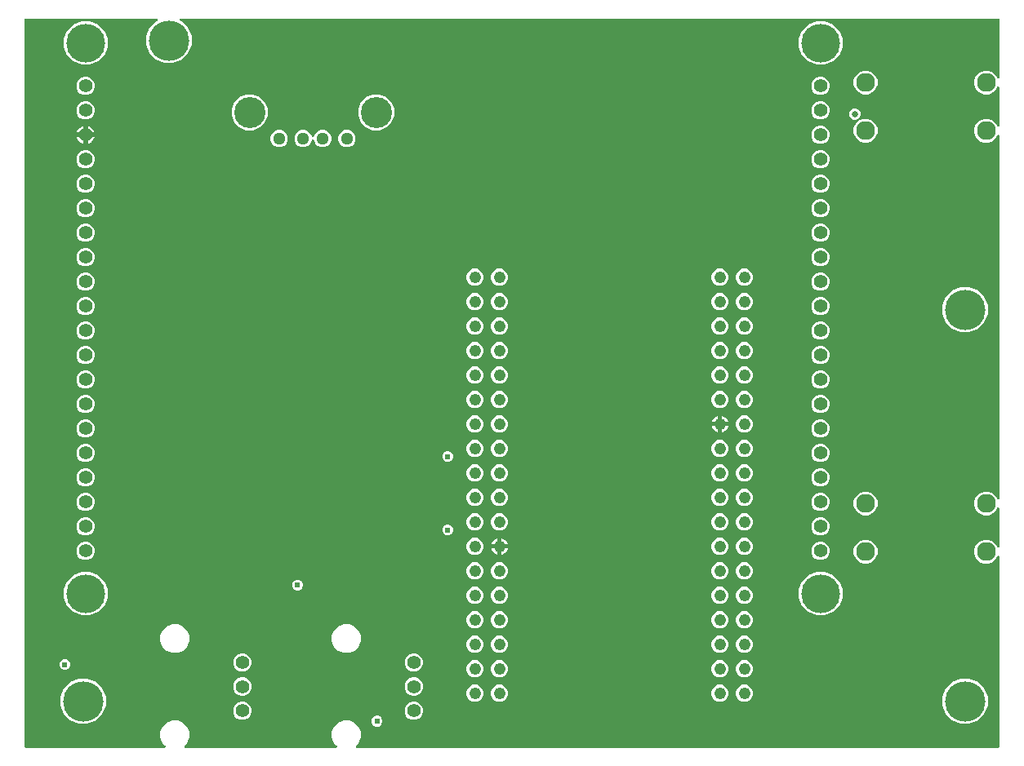
<source format=gbr>
G04 EAGLE Gerber RS-274X export*
G75*
%MOMM*%
%FSLAX34Y34*%
%LPD*%
%INCopper Layer 15*%
%IPPOS*%
%AMOC8*
5,1,8,0,0,1.08239X$1,22.5*%
G01*
%ADD10C,1.244600*%
%ADD11C,1.400000*%
%ADD12C,1.960000*%
%ADD13C,4.016000*%
%ADD14C,1.288000*%
%ADD15C,3.220000*%
%ADD16C,4.191000*%
%ADD17C,0.609600*%
%ADD18C,0.654800*%

G36*
X147902Y2558D02*
X147902Y2558D01*
X148041Y2571D01*
X148060Y2578D01*
X148080Y2581D01*
X148209Y2632D01*
X148340Y2679D01*
X148357Y2690D01*
X148375Y2698D01*
X148488Y2779D01*
X148603Y2857D01*
X148616Y2873D01*
X148633Y2884D01*
X148722Y2992D01*
X148813Y3096D01*
X148823Y3114D01*
X148836Y3129D01*
X148895Y3255D01*
X148958Y3379D01*
X148963Y3399D01*
X148971Y3417D01*
X148997Y3553D01*
X149028Y3689D01*
X149027Y3710D01*
X149031Y3729D01*
X149022Y3868D01*
X149018Y4007D01*
X149012Y4027D01*
X149011Y4047D01*
X148968Y4179D01*
X148930Y4313D01*
X148919Y4330D01*
X148913Y4349D01*
X148839Y4467D01*
X148768Y4587D01*
X148750Y4608D01*
X148743Y4618D01*
X148728Y4632D01*
X148662Y4707D01*
X145849Y7520D01*
X143559Y13048D01*
X143559Y19032D01*
X145849Y24560D01*
X150080Y28791D01*
X155608Y31081D01*
X161592Y31081D01*
X167120Y28791D01*
X171351Y24560D01*
X173641Y19032D01*
X173641Y13048D01*
X171351Y7520D01*
X168538Y4707D01*
X168453Y4598D01*
X168364Y4491D01*
X168356Y4472D01*
X168343Y4456D01*
X168288Y4328D01*
X168229Y4203D01*
X168225Y4183D01*
X168217Y4164D01*
X168195Y4026D01*
X168169Y3890D01*
X168170Y3870D01*
X168167Y3850D01*
X168180Y3711D01*
X168189Y3573D01*
X168195Y3554D01*
X168197Y3534D01*
X168244Y3402D01*
X168287Y3271D01*
X168298Y3253D01*
X168305Y3234D01*
X168383Y3119D01*
X168457Y3002D01*
X168472Y2988D01*
X168483Y2971D01*
X168587Y2879D01*
X168689Y2784D01*
X168706Y2774D01*
X168722Y2761D01*
X168846Y2697D01*
X168967Y2630D01*
X168987Y2625D01*
X169005Y2616D01*
X169141Y2586D01*
X169275Y2551D01*
X169303Y2549D01*
X169315Y2546D01*
X169336Y2547D01*
X169436Y2541D01*
X325564Y2541D01*
X325702Y2558D01*
X325841Y2571D01*
X325860Y2578D01*
X325880Y2581D01*
X326009Y2632D01*
X326140Y2679D01*
X326157Y2690D01*
X326175Y2698D01*
X326288Y2779D01*
X326403Y2857D01*
X326416Y2873D01*
X326433Y2884D01*
X326522Y2992D01*
X326613Y3096D01*
X326623Y3114D01*
X326636Y3129D01*
X326695Y3255D01*
X326758Y3379D01*
X326763Y3399D01*
X326771Y3417D01*
X326797Y3553D01*
X326828Y3689D01*
X326827Y3710D01*
X326831Y3729D01*
X326822Y3868D01*
X326818Y4007D01*
X326812Y4027D01*
X326811Y4047D01*
X326768Y4179D01*
X326730Y4313D01*
X326719Y4330D01*
X326713Y4349D01*
X326639Y4467D01*
X326568Y4587D01*
X326550Y4608D01*
X326543Y4618D01*
X326528Y4632D01*
X326462Y4707D01*
X323649Y7520D01*
X321359Y13048D01*
X321359Y19032D01*
X323649Y24560D01*
X327880Y28791D01*
X333408Y31081D01*
X339392Y31081D01*
X344920Y28791D01*
X349151Y24560D01*
X351441Y19032D01*
X351441Y13048D01*
X349151Y7520D01*
X346338Y4707D01*
X346253Y4598D01*
X346164Y4491D01*
X346156Y4472D01*
X346143Y4456D01*
X346088Y4328D01*
X346029Y4203D01*
X346025Y4183D01*
X346017Y4164D01*
X345995Y4026D01*
X345969Y3890D01*
X345970Y3870D01*
X345967Y3850D01*
X345980Y3711D01*
X345989Y3573D01*
X345995Y3554D01*
X345997Y3534D01*
X346044Y3402D01*
X346087Y3271D01*
X346098Y3253D01*
X346105Y3234D01*
X346183Y3119D01*
X346257Y3002D01*
X346272Y2988D01*
X346283Y2971D01*
X346387Y2879D01*
X346489Y2784D01*
X346506Y2774D01*
X346522Y2761D01*
X346646Y2697D01*
X346767Y2630D01*
X346787Y2625D01*
X346805Y2616D01*
X346941Y2586D01*
X347075Y2551D01*
X347103Y2549D01*
X347115Y2546D01*
X347136Y2547D01*
X347236Y2541D01*
X1012190Y2541D01*
X1012308Y2556D01*
X1012427Y2563D01*
X1012465Y2576D01*
X1012506Y2581D01*
X1012616Y2624D01*
X1012729Y2661D01*
X1012764Y2683D01*
X1012801Y2698D01*
X1012897Y2767D01*
X1012998Y2831D01*
X1013026Y2861D01*
X1013059Y2884D01*
X1013135Y2976D01*
X1013216Y3063D01*
X1013236Y3098D01*
X1013261Y3129D01*
X1013312Y3237D01*
X1013370Y3341D01*
X1013380Y3381D01*
X1013397Y3417D01*
X1013419Y3534D01*
X1013449Y3649D01*
X1013453Y3709D01*
X1013457Y3729D01*
X1013455Y3750D01*
X1013459Y3810D01*
X1013459Y200584D01*
X1013451Y200653D01*
X1013452Y200723D01*
X1013431Y200811D01*
X1013419Y200900D01*
X1013394Y200965D01*
X1013377Y201032D01*
X1013335Y201112D01*
X1013302Y201195D01*
X1013261Y201252D01*
X1013229Y201314D01*
X1013168Y201380D01*
X1013116Y201453D01*
X1013062Y201497D01*
X1013015Y201549D01*
X1012940Y201598D01*
X1012871Y201656D01*
X1012807Y201685D01*
X1012749Y201724D01*
X1012664Y201753D01*
X1012583Y201791D01*
X1012514Y201804D01*
X1012448Y201827D01*
X1012359Y201834D01*
X1012271Y201851D01*
X1012201Y201847D01*
X1012131Y201852D01*
X1012043Y201837D01*
X1011953Y201831D01*
X1011887Y201810D01*
X1011818Y201798D01*
X1011736Y201761D01*
X1011651Y201733D01*
X1011592Y201696D01*
X1011528Y201667D01*
X1011458Y201611D01*
X1011382Y201563D01*
X1011334Y201512D01*
X1011280Y201469D01*
X1011225Y201397D01*
X1011164Y201331D01*
X1011130Y201270D01*
X1011088Y201214D01*
X1011017Y201070D01*
X1010222Y199150D01*
X1006750Y195678D01*
X1002215Y193799D01*
X997305Y193799D01*
X992770Y195678D01*
X989298Y199150D01*
X987419Y203685D01*
X987419Y208595D01*
X989298Y213130D01*
X992770Y216602D01*
X997305Y218481D01*
X1002215Y218481D01*
X1006750Y216602D01*
X1010222Y213130D01*
X1011017Y211210D01*
X1011052Y211149D01*
X1011078Y211085D01*
X1011130Y211012D01*
X1011175Y210934D01*
X1011223Y210884D01*
X1011264Y210827D01*
X1011334Y210770D01*
X1011396Y210705D01*
X1011456Y210669D01*
X1011509Y210624D01*
X1011591Y210586D01*
X1011667Y210539D01*
X1011734Y210519D01*
X1011797Y210489D01*
X1011885Y210472D01*
X1011971Y210446D01*
X1012041Y210442D01*
X1012110Y210429D01*
X1012199Y210435D01*
X1012289Y210430D01*
X1012357Y210445D01*
X1012427Y210449D01*
X1012512Y210477D01*
X1012600Y210495D01*
X1012663Y210525D01*
X1012729Y210547D01*
X1012805Y210595D01*
X1012886Y210634D01*
X1012939Y210680D01*
X1012998Y210717D01*
X1013060Y210783D01*
X1013128Y210841D01*
X1013168Y210898D01*
X1013216Y210949D01*
X1013259Y211027D01*
X1013311Y211101D01*
X1013336Y211166D01*
X1013370Y211227D01*
X1013392Y211314D01*
X1013424Y211398D01*
X1013432Y211468D01*
X1013449Y211535D01*
X1013459Y211696D01*
X1013459Y250584D01*
X1013451Y250653D01*
X1013452Y250723D01*
X1013431Y250811D01*
X1013419Y250900D01*
X1013394Y250965D01*
X1013377Y251032D01*
X1013335Y251112D01*
X1013302Y251195D01*
X1013261Y251252D01*
X1013229Y251314D01*
X1013168Y251380D01*
X1013116Y251453D01*
X1013062Y251497D01*
X1013015Y251549D01*
X1012940Y251598D01*
X1012871Y251656D01*
X1012807Y251685D01*
X1012749Y251724D01*
X1012664Y251753D01*
X1012583Y251791D01*
X1012514Y251804D01*
X1012448Y251827D01*
X1012359Y251834D01*
X1012271Y251851D01*
X1012201Y251847D01*
X1012131Y251852D01*
X1012043Y251837D01*
X1011953Y251831D01*
X1011887Y251810D01*
X1011818Y251798D01*
X1011736Y251761D01*
X1011651Y251733D01*
X1011592Y251696D01*
X1011528Y251667D01*
X1011458Y251611D01*
X1011382Y251563D01*
X1011334Y251512D01*
X1011280Y251469D01*
X1011225Y251397D01*
X1011164Y251331D01*
X1011130Y251270D01*
X1011088Y251214D01*
X1011017Y251070D01*
X1010222Y249150D01*
X1006750Y245678D01*
X1002215Y243799D01*
X997305Y243799D01*
X992770Y245678D01*
X989298Y249150D01*
X987419Y253685D01*
X987419Y258595D01*
X989298Y263130D01*
X992770Y266602D01*
X997305Y268481D01*
X1002215Y268481D01*
X1006750Y266602D01*
X1010222Y263130D01*
X1011017Y261210D01*
X1011052Y261149D01*
X1011078Y261085D01*
X1011130Y261012D01*
X1011175Y260934D01*
X1011223Y260884D01*
X1011264Y260827D01*
X1011334Y260770D01*
X1011396Y260705D01*
X1011456Y260669D01*
X1011509Y260624D01*
X1011591Y260586D01*
X1011667Y260539D01*
X1011734Y260519D01*
X1011797Y260489D01*
X1011885Y260472D01*
X1011971Y260446D01*
X1012041Y260442D01*
X1012110Y260429D01*
X1012199Y260435D01*
X1012289Y260430D01*
X1012357Y260445D01*
X1012427Y260449D01*
X1012512Y260477D01*
X1012600Y260495D01*
X1012663Y260525D01*
X1012729Y260547D01*
X1012805Y260595D01*
X1012886Y260634D01*
X1012939Y260680D01*
X1012998Y260717D01*
X1013060Y260783D01*
X1013128Y260841D01*
X1013168Y260898D01*
X1013216Y260949D01*
X1013259Y261027D01*
X1013311Y261101D01*
X1013336Y261166D01*
X1013370Y261227D01*
X1013392Y261314D01*
X1013424Y261398D01*
X1013432Y261468D01*
X1013449Y261535D01*
X1013459Y261696D01*
X1013459Y637464D01*
X1013451Y637533D01*
X1013452Y637603D01*
X1013431Y637691D01*
X1013419Y637780D01*
X1013394Y637845D01*
X1013377Y637912D01*
X1013335Y637992D01*
X1013302Y638075D01*
X1013261Y638132D01*
X1013229Y638194D01*
X1013168Y638260D01*
X1013116Y638333D01*
X1013062Y638377D01*
X1013015Y638429D01*
X1012940Y638478D01*
X1012871Y638536D01*
X1012807Y638565D01*
X1012749Y638604D01*
X1012664Y638633D01*
X1012583Y638671D01*
X1012514Y638684D01*
X1012448Y638707D01*
X1012359Y638714D01*
X1012271Y638731D01*
X1012201Y638727D01*
X1012131Y638732D01*
X1012043Y638717D01*
X1011953Y638711D01*
X1011887Y638690D01*
X1011818Y638678D01*
X1011736Y638641D01*
X1011651Y638613D01*
X1011592Y638576D01*
X1011528Y638547D01*
X1011458Y638491D01*
X1011382Y638443D01*
X1011334Y638392D01*
X1011280Y638349D01*
X1011225Y638277D01*
X1011164Y638211D01*
X1011130Y638150D01*
X1011088Y638094D01*
X1011017Y637950D01*
X1010222Y636030D01*
X1006750Y632558D01*
X1002215Y630679D01*
X997305Y630679D01*
X992770Y632558D01*
X989298Y636030D01*
X987419Y640565D01*
X987419Y645475D01*
X989298Y650010D01*
X992770Y653482D01*
X997305Y655361D01*
X1002215Y655361D01*
X1006750Y653482D01*
X1010222Y650010D01*
X1011017Y648090D01*
X1011029Y648069D01*
X1011036Y648050D01*
X1011058Y648014D01*
X1011078Y647965D01*
X1011130Y647892D01*
X1011175Y647814D01*
X1011204Y647784D01*
X1011206Y647781D01*
X1011218Y647770D01*
X1011223Y647764D01*
X1011264Y647707D01*
X1011334Y647650D01*
X1011396Y647585D01*
X1011456Y647549D01*
X1011509Y647504D01*
X1011591Y647466D01*
X1011667Y647419D01*
X1011734Y647399D01*
X1011797Y647369D01*
X1011885Y647352D01*
X1011971Y647326D01*
X1012041Y647322D01*
X1012110Y647309D01*
X1012199Y647315D01*
X1012289Y647310D01*
X1012357Y647325D01*
X1012427Y647329D01*
X1012512Y647357D01*
X1012600Y647375D01*
X1012663Y647405D01*
X1012729Y647427D01*
X1012805Y647475D01*
X1012886Y647514D01*
X1012939Y647560D01*
X1012998Y647597D01*
X1013060Y647663D01*
X1013128Y647721D01*
X1013168Y647778D01*
X1013216Y647829D01*
X1013257Y647903D01*
X1013261Y647908D01*
X1013264Y647914D01*
X1013311Y647981D01*
X1013336Y648046D01*
X1013370Y648107D01*
X1013387Y648175D01*
X1013397Y648196D01*
X1013401Y648218D01*
X1013424Y648278D01*
X1013432Y648348D01*
X1013449Y648415D01*
X1013454Y648495D01*
X1013457Y648508D01*
X1013456Y648522D01*
X1013459Y648576D01*
X1013459Y687464D01*
X1013451Y687533D01*
X1013452Y687603D01*
X1013431Y687691D01*
X1013419Y687780D01*
X1013394Y687845D01*
X1013377Y687912D01*
X1013335Y687992D01*
X1013302Y688075D01*
X1013261Y688132D01*
X1013229Y688194D01*
X1013168Y688260D01*
X1013116Y688333D01*
X1013062Y688377D01*
X1013015Y688429D01*
X1012940Y688478D01*
X1012871Y688536D01*
X1012807Y688565D01*
X1012749Y688604D01*
X1012664Y688633D01*
X1012583Y688671D01*
X1012514Y688684D01*
X1012448Y688707D01*
X1012359Y688714D01*
X1012271Y688731D01*
X1012201Y688727D01*
X1012131Y688732D01*
X1012043Y688717D01*
X1011953Y688711D01*
X1011887Y688690D01*
X1011818Y688678D01*
X1011736Y688641D01*
X1011651Y688613D01*
X1011592Y688576D01*
X1011528Y688547D01*
X1011458Y688491D01*
X1011382Y688443D01*
X1011334Y688392D01*
X1011280Y688349D01*
X1011225Y688277D01*
X1011164Y688211D01*
X1011130Y688150D01*
X1011088Y688094D01*
X1011017Y687950D01*
X1010222Y686030D01*
X1006750Y682558D01*
X1002215Y680679D01*
X997305Y680679D01*
X992770Y682558D01*
X989298Y686030D01*
X987419Y690565D01*
X987419Y695475D01*
X989298Y700010D01*
X992770Y703482D01*
X997305Y705361D01*
X1002215Y705361D01*
X1006750Y703482D01*
X1010222Y700010D01*
X1011017Y698090D01*
X1011052Y698029D01*
X1011078Y697965D01*
X1011130Y697892D01*
X1011175Y697814D01*
X1011223Y697764D01*
X1011264Y697707D01*
X1011334Y697650D01*
X1011396Y697585D01*
X1011456Y697549D01*
X1011509Y697504D01*
X1011591Y697466D01*
X1011667Y697419D01*
X1011734Y697399D01*
X1011797Y697369D01*
X1011885Y697352D01*
X1011971Y697326D01*
X1012041Y697322D01*
X1012110Y697309D01*
X1012199Y697315D01*
X1012289Y697310D01*
X1012357Y697325D01*
X1012427Y697329D01*
X1012512Y697357D01*
X1012600Y697375D01*
X1012663Y697405D01*
X1012729Y697427D01*
X1012805Y697475D01*
X1012886Y697514D01*
X1012939Y697560D01*
X1012998Y697597D01*
X1013060Y697663D01*
X1013128Y697721D01*
X1013168Y697778D01*
X1013216Y697829D01*
X1013259Y697907D01*
X1013311Y697981D01*
X1013336Y698046D01*
X1013370Y698107D01*
X1013392Y698194D01*
X1013424Y698278D01*
X1013432Y698348D01*
X1013449Y698415D01*
X1013459Y698576D01*
X1013459Y758190D01*
X1013444Y758308D01*
X1013437Y758427D01*
X1013424Y758465D01*
X1013419Y758506D01*
X1013376Y758616D01*
X1013339Y758729D01*
X1013317Y758764D01*
X1013302Y758801D01*
X1013233Y758897D01*
X1013169Y758998D01*
X1013139Y759026D01*
X1013116Y759059D01*
X1013024Y759135D01*
X1012937Y759216D01*
X1012902Y759236D01*
X1012871Y759261D01*
X1012763Y759312D01*
X1012659Y759370D01*
X1012619Y759380D01*
X1012583Y759397D01*
X1012466Y759419D01*
X1012351Y759449D01*
X1012291Y759453D01*
X1012271Y759457D01*
X1012250Y759455D01*
X1012190Y759459D01*
X164991Y759459D01*
X164922Y759451D01*
X164852Y759452D01*
X164765Y759431D01*
X164675Y759419D01*
X164611Y759394D01*
X164543Y759377D01*
X164463Y759335D01*
X164380Y759302D01*
X164323Y759261D01*
X164262Y759229D01*
X164195Y759168D01*
X164122Y759116D01*
X164078Y759062D01*
X164026Y759015D01*
X163977Y758940D01*
X163920Y758871D01*
X163890Y758807D01*
X163852Y758749D01*
X163822Y758664D01*
X163784Y758583D01*
X163771Y758514D01*
X163748Y758448D01*
X163741Y758359D01*
X163724Y758271D01*
X163729Y758201D01*
X163723Y758131D01*
X163739Y758043D01*
X163744Y757953D01*
X163766Y757887D01*
X163778Y757818D01*
X163814Y757736D01*
X163842Y757651D01*
X163879Y757592D01*
X163908Y757528D01*
X163964Y757458D01*
X164012Y757382D01*
X164063Y757334D01*
X164107Y757280D01*
X164178Y757225D01*
X164244Y757164D01*
X164305Y757130D01*
X164361Y757088D01*
X164505Y757017D01*
X165709Y756519D01*
X172319Y749909D01*
X175896Y741274D01*
X175896Y731926D01*
X172319Y723291D01*
X165709Y716681D01*
X157074Y713104D01*
X147726Y713104D01*
X139091Y716681D01*
X132481Y723291D01*
X128904Y731926D01*
X128904Y741274D01*
X132481Y749909D01*
X139091Y756519D01*
X140295Y757017D01*
X140355Y757052D01*
X140420Y757078D01*
X140493Y757130D01*
X140571Y757175D01*
X140621Y757223D01*
X140678Y757264D01*
X140735Y757334D01*
X140799Y757396D01*
X140836Y757456D01*
X140880Y757509D01*
X140919Y757591D01*
X140966Y757667D01*
X140986Y757734D01*
X141016Y757797D01*
X141033Y757885D01*
X141059Y757971D01*
X141063Y758041D01*
X141076Y758110D01*
X141070Y758199D01*
X141074Y758289D01*
X141060Y758357D01*
X141056Y758427D01*
X141028Y758512D01*
X141010Y758600D01*
X140979Y758663D01*
X140958Y758729D01*
X140910Y758805D01*
X140870Y758886D01*
X140825Y758939D01*
X140788Y758998D01*
X140722Y759060D01*
X140664Y759128D01*
X140607Y759168D01*
X140556Y759216D01*
X140477Y759259D01*
X140404Y759311D01*
X140339Y759336D01*
X140278Y759370D01*
X140191Y759392D01*
X140107Y759424D01*
X140037Y759432D01*
X139970Y759449D01*
X139809Y759459D01*
X3810Y759459D01*
X3692Y759444D01*
X3573Y759437D01*
X3535Y759424D01*
X3494Y759419D01*
X3384Y759376D01*
X3271Y759339D01*
X3236Y759317D01*
X3199Y759302D01*
X3103Y759233D01*
X3002Y759169D01*
X2974Y759139D01*
X2941Y759116D01*
X2865Y759024D01*
X2784Y758937D01*
X2764Y758902D01*
X2739Y758871D01*
X2688Y758763D01*
X2630Y758659D01*
X2620Y758619D01*
X2603Y758583D01*
X2581Y758466D01*
X2551Y758351D01*
X2547Y758291D01*
X2543Y758271D01*
X2545Y758250D01*
X2541Y758190D01*
X2541Y3810D01*
X2556Y3692D01*
X2563Y3573D01*
X2576Y3535D01*
X2581Y3494D01*
X2624Y3384D01*
X2661Y3271D01*
X2683Y3236D01*
X2698Y3199D01*
X2767Y3103D01*
X2831Y3002D01*
X2861Y2974D01*
X2884Y2941D01*
X2976Y2865D01*
X3063Y2784D01*
X3098Y2764D01*
X3129Y2739D01*
X3237Y2688D01*
X3341Y2630D01*
X3381Y2620D01*
X3417Y2603D01*
X3534Y2581D01*
X3649Y2551D01*
X3709Y2547D01*
X3729Y2543D01*
X3750Y2545D01*
X3810Y2541D01*
X147764Y2541D01*
X147902Y2558D01*
G37*
%LPC*%
G36*
X973226Y433704D02*
X973226Y433704D01*
X964591Y437281D01*
X957981Y443891D01*
X954404Y452526D01*
X954404Y461874D01*
X957981Y470509D01*
X964591Y477119D01*
X973226Y480696D01*
X982574Y480696D01*
X991209Y477119D01*
X997819Y470509D01*
X1001396Y461874D01*
X1001396Y452526D01*
X997819Y443891D01*
X991209Y437281D01*
X982574Y433704D01*
X973226Y433704D01*
G37*
%LPD*%
%LPC*%
G36*
X973226Y27304D02*
X973226Y27304D01*
X964591Y30881D01*
X957981Y37491D01*
X954404Y46126D01*
X954404Y55474D01*
X957981Y64109D01*
X964591Y70719D01*
X973226Y74296D01*
X982574Y74296D01*
X991209Y70719D01*
X997819Y64109D01*
X1001396Y55474D01*
X1001396Y46126D01*
X997819Y37491D01*
X991209Y30881D01*
X982574Y27304D01*
X973226Y27304D01*
G37*
%LPD*%
%LPC*%
G36*
X58826Y27304D02*
X58826Y27304D01*
X50191Y30881D01*
X43581Y37491D01*
X40004Y46126D01*
X40004Y55474D01*
X43581Y64109D01*
X50191Y70719D01*
X58826Y74296D01*
X68174Y74296D01*
X76809Y70719D01*
X83419Y64109D01*
X86996Y55474D01*
X86996Y46126D01*
X83419Y37491D01*
X76809Y30881D01*
X68174Y27304D01*
X58826Y27304D01*
G37*
%LPD*%
%LPC*%
G36*
X823540Y711439D02*
X823540Y711439D01*
X815226Y714883D01*
X808863Y721246D01*
X805419Y729560D01*
X805419Y738560D01*
X808863Y746874D01*
X815226Y753237D01*
X823540Y756681D01*
X832540Y756681D01*
X840854Y753237D01*
X847217Y746874D01*
X850661Y738560D01*
X850661Y729560D01*
X847217Y721246D01*
X840854Y714883D01*
X832540Y711439D01*
X823540Y711439D01*
G37*
%LPD*%
%LPC*%
G36*
X61540Y711439D02*
X61540Y711439D01*
X53226Y714883D01*
X46863Y721246D01*
X43419Y729560D01*
X43419Y738560D01*
X46863Y746874D01*
X53226Y753237D01*
X61540Y756681D01*
X70540Y756681D01*
X78854Y753237D01*
X85217Y746874D01*
X88661Y738560D01*
X88661Y729560D01*
X85217Y721246D01*
X78854Y714883D01*
X70540Y711439D01*
X61540Y711439D01*
G37*
%LPD*%
%LPC*%
G36*
X823540Y139939D02*
X823540Y139939D01*
X815226Y143383D01*
X808863Y149746D01*
X805419Y158060D01*
X805419Y167060D01*
X808863Y175374D01*
X815226Y181737D01*
X823540Y185181D01*
X832540Y185181D01*
X840854Y181737D01*
X847217Y175374D01*
X850661Y167060D01*
X850661Y158060D01*
X847217Y149746D01*
X840854Y143383D01*
X832540Y139939D01*
X823540Y139939D01*
G37*
%LPD*%
%LPC*%
G36*
X61540Y139939D02*
X61540Y139939D01*
X53226Y143383D01*
X46863Y149746D01*
X43419Y158060D01*
X43419Y167060D01*
X46863Y175374D01*
X53226Y181737D01*
X61540Y185181D01*
X70540Y185181D01*
X78854Y181737D01*
X85217Y175374D01*
X88661Y167060D01*
X88661Y158060D01*
X85217Y149746D01*
X78854Y143383D01*
X70540Y139939D01*
X61540Y139939D01*
G37*
%LPD*%
%LPC*%
G36*
X363692Y643459D02*
X363692Y643459D01*
X356841Y646297D01*
X351597Y651541D01*
X348759Y658392D01*
X348759Y665808D01*
X351597Y672659D01*
X356841Y677903D01*
X363692Y680741D01*
X371108Y680741D01*
X377959Y677903D01*
X383203Y672659D01*
X386041Y665808D01*
X386041Y658392D01*
X383203Y651541D01*
X377959Y646297D01*
X371108Y643459D01*
X363692Y643459D01*
G37*
%LPD*%
%LPC*%
G36*
X232292Y643459D02*
X232292Y643459D01*
X225441Y646297D01*
X220197Y651541D01*
X217359Y658392D01*
X217359Y665808D01*
X220197Y672659D01*
X225441Y677903D01*
X232292Y680741D01*
X239708Y680741D01*
X246559Y677903D01*
X251803Y672659D01*
X254641Y665808D01*
X254641Y658392D01*
X251803Y651541D01*
X246559Y646297D01*
X239708Y643459D01*
X232292Y643459D01*
G37*
%LPD*%
%LPC*%
G36*
X155608Y100999D02*
X155608Y100999D01*
X150080Y103289D01*
X145849Y107520D01*
X143559Y113048D01*
X143559Y119032D01*
X145849Y124560D01*
X150080Y128791D01*
X155608Y131081D01*
X161592Y131081D01*
X167120Y128791D01*
X171351Y124560D01*
X173641Y119032D01*
X173641Y113048D01*
X171351Y107520D01*
X167120Y103289D01*
X161592Y100999D01*
X155608Y100999D01*
G37*
%LPD*%
%LPC*%
G36*
X333408Y100999D02*
X333408Y100999D01*
X327880Y103289D01*
X323649Y107520D01*
X321359Y113048D01*
X321359Y119032D01*
X323649Y124560D01*
X327880Y128791D01*
X333408Y131081D01*
X339392Y131081D01*
X344920Y128791D01*
X349151Y124560D01*
X351441Y119032D01*
X351441Y113048D01*
X349151Y107520D01*
X344920Y103289D01*
X339392Y100999D01*
X333408Y100999D01*
G37*
%LPD*%
%LPC*%
G36*
X289914Y626019D02*
X289914Y626019D01*
X286613Y627386D01*
X284086Y629913D01*
X282719Y633214D01*
X282719Y636786D01*
X284086Y640087D01*
X286613Y642614D01*
X289914Y643981D01*
X293486Y643981D01*
X296787Y642614D01*
X299314Y640087D01*
X300527Y637157D01*
X300596Y637036D01*
X300661Y636913D01*
X300675Y636898D01*
X300685Y636880D01*
X300782Y636780D01*
X300875Y636678D01*
X300892Y636666D01*
X300906Y636652D01*
X301024Y636579D01*
X301141Y636503D01*
X301160Y636496D01*
X301177Y636486D01*
X301310Y636445D01*
X301442Y636400D01*
X301462Y636398D01*
X301481Y636392D01*
X301620Y636385D01*
X301759Y636374D01*
X301779Y636378D01*
X301799Y636377D01*
X301935Y636405D01*
X302072Y636429D01*
X302091Y636437D01*
X302110Y636441D01*
X302235Y636502D01*
X302362Y636559D01*
X302378Y636572D01*
X302396Y636581D01*
X302502Y636671D01*
X302610Y636758D01*
X302623Y636774D01*
X302638Y636787D01*
X302718Y636901D01*
X302802Y637012D01*
X302814Y637037D01*
X302821Y637047D01*
X302828Y637067D01*
X302873Y637157D01*
X304086Y640087D01*
X306613Y642614D01*
X309914Y643981D01*
X313486Y643981D01*
X316787Y642614D01*
X319314Y640087D01*
X320681Y636786D01*
X320681Y633214D01*
X319314Y629913D01*
X316787Y627386D01*
X313486Y626019D01*
X309914Y626019D01*
X306613Y627386D01*
X304086Y629913D01*
X302873Y632843D01*
X302804Y632964D01*
X302739Y633087D01*
X302725Y633102D01*
X302715Y633120D01*
X302618Y633220D01*
X302525Y633322D01*
X302508Y633333D01*
X302494Y633348D01*
X302375Y633421D01*
X302259Y633497D01*
X302240Y633504D01*
X302223Y633514D01*
X302090Y633555D01*
X301958Y633600D01*
X301938Y633602D01*
X301919Y633608D01*
X301780Y633615D01*
X301641Y633626D01*
X301621Y633622D01*
X301601Y633623D01*
X301465Y633595D01*
X301328Y633571D01*
X301309Y633563D01*
X301290Y633559D01*
X301164Y633497D01*
X301038Y633441D01*
X301022Y633428D01*
X301004Y633419D01*
X300898Y633329D01*
X300790Y633242D01*
X300777Y633226D01*
X300762Y633213D01*
X300682Y633099D01*
X300598Y632988D01*
X300586Y632963D01*
X300579Y632953D01*
X300572Y632933D01*
X300527Y632843D01*
X299314Y629913D01*
X296787Y627386D01*
X293486Y626019D01*
X289914Y626019D01*
G37*
%LPD*%
%LPC*%
G36*
X872305Y630679D02*
X872305Y630679D01*
X867770Y632558D01*
X864298Y636030D01*
X862419Y640565D01*
X862419Y645475D01*
X864298Y650010D01*
X867271Y652984D01*
X867314Y653039D01*
X867364Y653088D01*
X867411Y653164D01*
X867466Y653235D01*
X867494Y653299D01*
X867531Y653359D01*
X867557Y653444D01*
X867593Y653527D01*
X867604Y653596D01*
X867624Y653663D01*
X867628Y653752D01*
X867643Y653841D01*
X867636Y653911D01*
X867639Y653980D01*
X867637Y653990D01*
X867694Y653950D01*
X867778Y653918D01*
X867858Y653877D01*
X867926Y653862D01*
X867992Y653837D01*
X868081Y653827D01*
X868169Y653808D01*
X868238Y653810D01*
X868308Y653802D01*
X868397Y653815D01*
X868487Y653817D01*
X868554Y653837D01*
X868623Y653846D01*
X868775Y653898D01*
X872305Y655361D01*
X877215Y655361D01*
X881750Y653482D01*
X885222Y650010D01*
X887101Y645475D01*
X887101Y640565D01*
X885222Y636030D01*
X881750Y632558D01*
X877215Y630679D01*
X872305Y630679D01*
G37*
%LPD*%
%LPC*%
G36*
X872305Y680679D02*
X872305Y680679D01*
X867770Y682558D01*
X864298Y686030D01*
X862419Y690565D01*
X862419Y695475D01*
X864298Y700010D01*
X867770Y703482D01*
X872305Y705361D01*
X877215Y705361D01*
X881750Y703482D01*
X885222Y700010D01*
X887101Y695475D01*
X887101Y690565D01*
X885222Y686030D01*
X881750Y682558D01*
X877215Y680679D01*
X872305Y680679D01*
G37*
%LPD*%
%LPC*%
G36*
X872305Y243799D02*
X872305Y243799D01*
X867770Y245678D01*
X864298Y249150D01*
X862419Y253685D01*
X862419Y258595D01*
X864298Y263130D01*
X867770Y266602D01*
X872305Y268481D01*
X877215Y268481D01*
X881750Y266602D01*
X885222Y263130D01*
X887101Y258595D01*
X887101Y253685D01*
X885222Y249150D01*
X881750Y245678D01*
X877215Y243799D01*
X872305Y243799D01*
G37*
%LPD*%
%LPC*%
G36*
X872305Y193799D02*
X872305Y193799D01*
X867770Y195678D01*
X864298Y199150D01*
X862419Y203685D01*
X862419Y208595D01*
X864298Y213130D01*
X867770Y216602D01*
X872305Y218481D01*
X877215Y218481D01*
X881750Y216602D01*
X885222Y213130D01*
X887101Y208595D01*
X887101Y203685D01*
X885222Y199150D01*
X881750Y195678D01*
X877215Y193799D01*
X872305Y193799D01*
G37*
%LPD*%
%LPC*%
G36*
X826142Y654669D02*
X826142Y654669D01*
X822636Y656122D01*
X819952Y658806D01*
X818499Y662312D01*
X818499Y666108D01*
X819952Y669614D01*
X822636Y672298D01*
X826142Y673751D01*
X829938Y673751D01*
X833444Y672298D01*
X836128Y669614D01*
X837581Y666108D01*
X837581Y662312D01*
X836128Y658806D01*
X833444Y656122D01*
X829938Y654669D01*
X826142Y654669D01*
G37*
%LPD*%
%LPC*%
G36*
X826142Y248269D02*
X826142Y248269D01*
X822636Y249722D01*
X819952Y252406D01*
X818499Y255912D01*
X818499Y259708D01*
X819952Y263214D01*
X822636Y265898D01*
X826142Y267351D01*
X829938Y267351D01*
X833444Y265898D01*
X836128Y263214D01*
X837581Y259708D01*
X837581Y255912D01*
X836128Y252406D01*
X833444Y249722D01*
X829938Y248269D01*
X826142Y248269D01*
G37*
%LPD*%
%LPC*%
G36*
X826142Y273669D02*
X826142Y273669D01*
X822636Y275122D01*
X819952Y277806D01*
X818499Y281312D01*
X818499Y285108D01*
X819952Y288614D01*
X822636Y291298D01*
X826142Y292751D01*
X829938Y292751D01*
X833444Y291298D01*
X836128Y288614D01*
X837581Y285108D01*
X837581Y281312D01*
X836128Y277806D01*
X833444Y275122D01*
X829938Y273669D01*
X826142Y273669D01*
G37*
%LPD*%
%LPC*%
G36*
X826142Y603869D02*
X826142Y603869D01*
X822636Y605322D01*
X819952Y608006D01*
X818499Y611512D01*
X818499Y615308D01*
X819952Y618814D01*
X822636Y621498D01*
X826142Y622951D01*
X829938Y622951D01*
X833444Y621498D01*
X836128Y618814D01*
X837581Y615308D01*
X837581Y611512D01*
X836128Y608006D01*
X833444Y605322D01*
X829938Y603869D01*
X826142Y603869D01*
G37*
%LPD*%
%LPC*%
G36*
X64142Y603869D02*
X64142Y603869D01*
X60636Y605322D01*
X57952Y608006D01*
X56499Y611512D01*
X56499Y615308D01*
X57952Y618814D01*
X60636Y621498D01*
X64142Y622951D01*
X67938Y622951D01*
X71444Y621498D01*
X74128Y618814D01*
X75581Y615308D01*
X75581Y611512D01*
X74128Y608006D01*
X71444Y605322D01*
X67938Y603869D01*
X64142Y603869D01*
G37*
%LPD*%
%LPC*%
G36*
X826142Y578469D02*
X826142Y578469D01*
X822636Y579922D01*
X819952Y582606D01*
X818499Y586112D01*
X818499Y589908D01*
X819952Y593414D01*
X822636Y596098D01*
X826142Y597551D01*
X829938Y597551D01*
X833444Y596098D01*
X836128Y593414D01*
X837581Y589908D01*
X837581Y586112D01*
X836128Y582606D01*
X833444Y579922D01*
X829938Y578469D01*
X826142Y578469D01*
G37*
%LPD*%
%LPC*%
G36*
X64142Y578469D02*
X64142Y578469D01*
X60636Y579922D01*
X57952Y582606D01*
X56499Y586112D01*
X56499Y589908D01*
X57952Y593414D01*
X60636Y596098D01*
X64142Y597551D01*
X67938Y597551D01*
X71444Y596098D01*
X74128Y593414D01*
X75581Y589908D01*
X75581Y586112D01*
X74128Y582606D01*
X71444Y579922D01*
X67938Y578469D01*
X64142Y578469D01*
G37*
%LPD*%
%LPC*%
G36*
X826142Y553069D02*
X826142Y553069D01*
X822636Y554522D01*
X819952Y557206D01*
X818499Y560712D01*
X818499Y564508D01*
X819952Y568014D01*
X822636Y570698D01*
X826142Y572151D01*
X829938Y572151D01*
X833444Y570698D01*
X836128Y568014D01*
X837581Y564508D01*
X837581Y560712D01*
X836128Y557206D01*
X833444Y554522D01*
X829938Y553069D01*
X826142Y553069D01*
G37*
%LPD*%
%LPC*%
G36*
X64142Y553069D02*
X64142Y553069D01*
X60636Y554522D01*
X57952Y557206D01*
X56499Y560712D01*
X56499Y564508D01*
X57952Y568014D01*
X60636Y570698D01*
X64142Y572151D01*
X67938Y572151D01*
X71444Y570698D01*
X74128Y568014D01*
X75581Y564508D01*
X75581Y560712D01*
X74128Y557206D01*
X71444Y554522D01*
X67938Y553069D01*
X64142Y553069D01*
G37*
%LPD*%
%LPC*%
G36*
X826142Y527669D02*
X826142Y527669D01*
X822636Y529122D01*
X819952Y531806D01*
X818499Y535312D01*
X818499Y539108D01*
X819952Y542614D01*
X822636Y545298D01*
X826142Y546751D01*
X829938Y546751D01*
X833444Y545298D01*
X836128Y542614D01*
X837581Y539108D01*
X837581Y535312D01*
X836128Y531806D01*
X833444Y529122D01*
X829938Y527669D01*
X826142Y527669D01*
G37*
%LPD*%
%LPC*%
G36*
X64142Y527669D02*
X64142Y527669D01*
X60636Y529122D01*
X57952Y531806D01*
X56499Y535312D01*
X56499Y539108D01*
X57952Y542614D01*
X60636Y545298D01*
X64142Y546751D01*
X67938Y546751D01*
X71444Y545298D01*
X74128Y542614D01*
X75581Y539108D01*
X75581Y535312D01*
X74128Y531806D01*
X71444Y529122D01*
X67938Y527669D01*
X64142Y527669D01*
G37*
%LPD*%
%LPC*%
G36*
X826142Y502269D02*
X826142Y502269D01*
X822636Y503722D01*
X819952Y506406D01*
X818499Y509912D01*
X818499Y513708D01*
X819952Y517214D01*
X822636Y519898D01*
X826142Y521351D01*
X829938Y521351D01*
X833444Y519898D01*
X836128Y517214D01*
X837581Y513708D01*
X837581Y509912D01*
X836128Y506406D01*
X833444Y503722D01*
X829938Y502269D01*
X826142Y502269D01*
G37*
%LPD*%
%LPC*%
G36*
X64142Y502269D02*
X64142Y502269D01*
X60636Y503722D01*
X57952Y506406D01*
X56499Y509912D01*
X56499Y513708D01*
X57952Y517214D01*
X60636Y519898D01*
X64142Y521351D01*
X67938Y521351D01*
X71444Y519898D01*
X74128Y517214D01*
X75581Y513708D01*
X75581Y509912D01*
X74128Y506406D01*
X71444Y503722D01*
X67938Y502269D01*
X64142Y502269D01*
G37*
%LPD*%
%LPC*%
G36*
X826142Y324469D02*
X826142Y324469D01*
X822636Y325922D01*
X819952Y328606D01*
X818499Y332112D01*
X818499Y335908D01*
X819952Y339414D01*
X822636Y342098D01*
X826142Y343551D01*
X829938Y343551D01*
X833444Y342098D01*
X836128Y339414D01*
X837581Y335908D01*
X837581Y332112D01*
X836128Y328606D01*
X833444Y325922D01*
X829938Y324469D01*
X826142Y324469D01*
G37*
%LPD*%
%LPC*%
G36*
X826142Y349869D02*
X826142Y349869D01*
X822636Y351322D01*
X819952Y354006D01*
X818499Y357512D01*
X818499Y361308D01*
X819952Y364814D01*
X822636Y367498D01*
X826142Y368951D01*
X829938Y368951D01*
X833444Y367498D01*
X836128Y364814D01*
X837581Y361308D01*
X837581Y357512D01*
X836128Y354006D01*
X833444Y351322D01*
X829938Y349869D01*
X826142Y349869D01*
G37*
%LPD*%
%LPC*%
G36*
X826142Y400669D02*
X826142Y400669D01*
X822636Y402122D01*
X819952Y404806D01*
X818499Y408312D01*
X818499Y412108D01*
X819952Y415614D01*
X822636Y418298D01*
X826142Y419751D01*
X829938Y419751D01*
X833444Y418298D01*
X836128Y415614D01*
X837581Y412108D01*
X837581Y408312D01*
X836128Y404806D01*
X833444Y402122D01*
X829938Y400669D01*
X826142Y400669D01*
G37*
%LPD*%
%LPC*%
G36*
X64142Y400669D02*
X64142Y400669D01*
X60636Y402122D01*
X57952Y404806D01*
X56499Y408312D01*
X56499Y412108D01*
X57952Y415614D01*
X60636Y418298D01*
X64142Y419751D01*
X67938Y419751D01*
X71444Y418298D01*
X74128Y415614D01*
X75581Y412108D01*
X75581Y408312D01*
X74128Y404806D01*
X71444Y402122D01*
X67938Y400669D01*
X64142Y400669D01*
G37*
%LPD*%
%LPC*%
G36*
X826142Y476869D02*
X826142Y476869D01*
X822636Y478322D01*
X819952Y481006D01*
X818499Y484512D01*
X818499Y488308D01*
X819952Y491814D01*
X822636Y494498D01*
X826142Y495951D01*
X829938Y495951D01*
X833444Y494498D01*
X836128Y491814D01*
X837581Y488308D01*
X837581Y484512D01*
X836128Y481006D01*
X833444Y478322D01*
X829938Y476869D01*
X826142Y476869D01*
G37*
%LPD*%
%LPC*%
G36*
X64142Y476869D02*
X64142Y476869D01*
X60636Y478322D01*
X57952Y481006D01*
X56499Y484512D01*
X56499Y488308D01*
X57952Y491814D01*
X60636Y494498D01*
X64142Y495951D01*
X67938Y495951D01*
X71444Y494498D01*
X74128Y491814D01*
X75581Y488308D01*
X75581Y484512D01*
X74128Y481006D01*
X71444Y478322D01*
X67938Y476869D01*
X64142Y476869D01*
G37*
%LPD*%
%LPC*%
G36*
X64142Y349869D02*
X64142Y349869D01*
X60636Y351322D01*
X57952Y354006D01*
X56499Y357512D01*
X56499Y361308D01*
X57952Y364814D01*
X60636Y367498D01*
X64142Y368951D01*
X67938Y368951D01*
X71444Y367498D01*
X74128Y364814D01*
X75581Y361308D01*
X75581Y357512D01*
X74128Y354006D01*
X71444Y351322D01*
X67938Y349869D01*
X64142Y349869D01*
G37*
%LPD*%
%LPC*%
G36*
X64142Y324469D02*
X64142Y324469D01*
X60636Y325922D01*
X57952Y328606D01*
X56499Y332112D01*
X56499Y335908D01*
X57952Y339414D01*
X60636Y342098D01*
X64142Y343551D01*
X67938Y343551D01*
X71444Y342098D01*
X74128Y339414D01*
X75581Y335908D01*
X75581Y332112D01*
X74128Y328606D01*
X71444Y325922D01*
X67938Y324469D01*
X64142Y324469D01*
G37*
%LPD*%
%LPC*%
G36*
X64142Y248269D02*
X64142Y248269D01*
X60636Y249722D01*
X57952Y252406D01*
X56499Y255912D01*
X56499Y259708D01*
X57952Y263214D01*
X60636Y265898D01*
X64142Y267351D01*
X67938Y267351D01*
X71444Y265898D01*
X74128Y263214D01*
X75581Y259708D01*
X75581Y255912D01*
X74128Y252406D01*
X71444Y249722D01*
X67938Y248269D01*
X64142Y248269D01*
G37*
%LPD*%
%LPC*%
G36*
X826142Y451469D02*
X826142Y451469D01*
X822636Y452922D01*
X819952Y455606D01*
X818499Y459112D01*
X818499Y462908D01*
X819952Y466414D01*
X822636Y469098D01*
X826142Y470551D01*
X829938Y470551D01*
X833444Y469098D01*
X836128Y466414D01*
X837581Y462908D01*
X837581Y459112D01*
X836128Y455606D01*
X833444Y452922D01*
X829938Y451469D01*
X826142Y451469D01*
G37*
%LPD*%
%LPC*%
G36*
X64142Y451469D02*
X64142Y451469D01*
X60636Y452922D01*
X57952Y455606D01*
X56499Y459112D01*
X56499Y462908D01*
X57952Y466414D01*
X60636Y469098D01*
X64142Y470551D01*
X67938Y470551D01*
X71444Y469098D01*
X74128Y466414D01*
X75581Y462908D01*
X75581Y459112D01*
X74128Y455606D01*
X71444Y452922D01*
X67938Y451469D01*
X64142Y451469D01*
G37*
%LPD*%
%LPC*%
G36*
X64142Y299069D02*
X64142Y299069D01*
X60636Y300522D01*
X57952Y303206D01*
X56499Y306712D01*
X56499Y310508D01*
X57952Y314014D01*
X60636Y316698D01*
X64142Y318151D01*
X67938Y318151D01*
X71444Y316698D01*
X74128Y314014D01*
X75581Y310508D01*
X75581Y306712D01*
X74128Y303206D01*
X71444Y300522D01*
X67938Y299069D01*
X64142Y299069D01*
G37*
%LPD*%
%LPC*%
G36*
X826142Y375269D02*
X826142Y375269D01*
X822636Y376722D01*
X819952Y379406D01*
X818499Y382912D01*
X818499Y386708D01*
X819952Y390214D01*
X822636Y392898D01*
X826142Y394351D01*
X829938Y394351D01*
X833444Y392898D01*
X836128Y390214D01*
X837581Y386708D01*
X837581Y382912D01*
X836128Y379406D01*
X833444Y376722D01*
X829938Y375269D01*
X826142Y375269D01*
G37*
%LPD*%
%LPC*%
G36*
X64142Y375269D02*
X64142Y375269D01*
X60636Y376722D01*
X57952Y379406D01*
X56499Y382912D01*
X56499Y386708D01*
X57952Y390214D01*
X60636Y392898D01*
X64142Y394351D01*
X67938Y394351D01*
X71444Y392898D01*
X74128Y390214D01*
X75581Y386708D01*
X75581Y382912D01*
X74128Y379406D01*
X71444Y376722D01*
X67938Y375269D01*
X64142Y375269D01*
G37*
%LPD*%
%LPC*%
G36*
X826142Y299069D02*
X826142Y299069D01*
X822636Y300522D01*
X819952Y303206D01*
X818499Y306712D01*
X818499Y310508D01*
X819952Y314014D01*
X822636Y316698D01*
X826142Y318151D01*
X829938Y318151D01*
X833444Y316698D01*
X836128Y314014D01*
X837581Y310508D01*
X837581Y306712D01*
X836128Y303206D01*
X833444Y300522D01*
X829938Y299069D01*
X826142Y299069D01*
G37*
%LPD*%
%LPC*%
G36*
X826142Y680069D02*
X826142Y680069D01*
X822636Y681522D01*
X819952Y684206D01*
X818499Y687712D01*
X818499Y691508D01*
X819952Y695014D01*
X822636Y697698D01*
X826142Y699151D01*
X829938Y699151D01*
X833444Y697698D01*
X836128Y695014D01*
X837581Y691508D01*
X837581Y687712D01*
X836128Y684206D01*
X833444Y681522D01*
X829938Y680069D01*
X826142Y680069D01*
G37*
%LPD*%
%LPC*%
G36*
X64142Y426069D02*
X64142Y426069D01*
X60636Y427522D01*
X57952Y430206D01*
X56499Y433712D01*
X56499Y437508D01*
X57952Y441014D01*
X60636Y443698D01*
X64142Y445151D01*
X67938Y445151D01*
X71444Y443698D01*
X74128Y441014D01*
X75581Y437508D01*
X75581Y433712D01*
X74128Y430206D01*
X71444Y427522D01*
X67938Y426069D01*
X64142Y426069D01*
G37*
%LPD*%
%LPC*%
G36*
X64142Y273669D02*
X64142Y273669D01*
X60636Y275122D01*
X57952Y277806D01*
X56499Y281312D01*
X56499Y285108D01*
X57952Y288614D01*
X60636Y291298D01*
X64142Y292751D01*
X67938Y292751D01*
X71444Y291298D01*
X74128Y288614D01*
X75581Y285108D01*
X75581Y281312D01*
X74128Y277806D01*
X71444Y275122D01*
X67938Y273669D01*
X64142Y273669D01*
G37*
%LPD*%
%LPC*%
G36*
X826142Y197469D02*
X826142Y197469D01*
X822636Y198922D01*
X819952Y201606D01*
X818499Y205112D01*
X818499Y208908D01*
X819952Y212414D01*
X822636Y215098D01*
X826142Y216551D01*
X829938Y216551D01*
X833444Y215098D01*
X836128Y212414D01*
X837581Y208908D01*
X837581Y205112D01*
X836128Y201606D01*
X833444Y198922D01*
X829938Y197469D01*
X826142Y197469D01*
G37*
%LPD*%
%LPC*%
G36*
X64142Y197469D02*
X64142Y197469D01*
X60636Y198922D01*
X57952Y201606D01*
X56499Y205112D01*
X56499Y208908D01*
X57952Y212414D01*
X60636Y215098D01*
X64142Y216551D01*
X67938Y216551D01*
X71444Y215098D01*
X74128Y212414D01*
X75581Y208908D01*
X75581Y205112D01*
X74128Y201606D01*
X71444Y198922D01*
X67938Y197469D01*
X64142Y197469D01*
G37*
%LPD*%
%LPC*%
G36*
X64142Y680069D02*
X64142Y680069D01*
X60636Y681522D01*
X57952Y684206D01*
X56499Y687712D01*
X56499Y691508D01*
X57952Y695014D01*
X60636Y697698D01*
X64142Y699151D01*
X67938Y699151D01*
X71444Y697698D01*
X74128Y695014D01*
X75581Y691508D01*
X75581Y687712D01*
X74128Y684206D01*
X71444Y681522D01*
X67938Y680069D01*
X64142Y680069D01*
G37*
%LPD*%
%LPC*%
G36*
X64142Y654669D02*
X64142Y654669D01*
X60636Y656122D01*
X57952Y658806D01*
X56499Y662312D01*
X56499Y666108D01*
X57952Y669614D01*
X60636Y672298D01*
X64142Y673751D01*
X67938Y673751D01*
X71444Y672298D01*
X74128Y669614D01*
X75581Y666108D01*
X75581Y662312D01*
X74128Y658806D01*
X71444Y656122D01*
X67938Y654669D01*
X64142Y654669D01*
G37*
%LPD*%
%LPC*%
G36*
X826142Y629269D02*
X826142Y629269D01*
X822636Y630722D01*
X819952Y633406D01*
X818499Y636912D01*
X818499Y640708D01*
X819952Y644214D01*
X822636Y646898D01*
X826142Y648351D01*
X829938Y648351D01*
X833444Y646898D01*
X836128Y644214D01*
X837581Y640708D01*
X837581Y636912D01*
X836128Y633406D01*
X833444Y630722D01*
X829938Y629269D01*
X826142Y629269D01*
G37*
%LPD*%
%LPC*%
G36*
X826142Y426069D02*
X826142Y426069D01*
X822636Y427522D01*
X819952Y430206D01*
X818499Y433712D01*
X818499Y437508D01*
X819952Y441014D01*
X822636Y443698D01*
X826142Y445151D01*
X829938Y445151D01*
X833444Y443698D01*
X836128Y441014D01*
X837581Y437508D01*
X837581Y433712D01*
X836128Y430206D01*
X833444Y427522D01*
X829938Y426069D01*
X826142Y426069D01*
G37*
%LPD*%
%LPC*%
G36*
X404502Y81499D02*
X404502Y81499D01*
X400996Y82952D01*
X398312Y85636D01*
X396859Y89142D01*
X396859Y92938D01*
X398312Y96444D01*
X400996Y99128D01*
X404502Y100581D01*
X408298Y100581D01*
X411804Y99128D01*
X414488Y96444D01*
X415941Y92938D01*
X415941Y89142D01*
X414488Y85636D01*
X411804Y82952D01*
X408298Y81499D01*
X404502Y81499D01*
G37*
%LPD*%
%LPC*%
G36*
X226702Y81499D02*
X226702Y81499D01*
X223196Y82952D01*
X220512Y85636D01*
X219059Y89142D01*
X219059Y92938D01*
X220512Y96444D01*
X223196Y99128D01*
X226702Y100581D01*
X230498Y100581D01*
X234004Y99128D01*
X236688Y96444D01*
X238141Y92938D01*
X238141Y89142D01*
X236688Y85636D01*
X234004Y82952D01*
X230498Y81499D01*
X226702Y81499D01*
G37*
%LPD*%
%LPC*%
G36*
X404502Y56499D02*
X404502Y56499D01*
X400996Y57952D01*
X398312Y60636D01*
X396859Y64142D01*
X396859Y67938D01*
X398312Y71444D01*
X400996Y74128D01*
X404502Y75581D01*
X408298Y75581D01*
X411804Y74128D01*
X414488Y71444D01*
X415941Y67938D01*
X415941Y64142D01*
X414488Y60636D01*
X411804Y57952D01*
X408298Y56499D01*
X404502Y56499D01*
G37*
%LPD*%
%LPC*%
G36*
X226702Y56499D02*
X226702Y56499D01*
X223196Y57952D01*
X220512Y60636D01*
X219059Y64142D01*
X219059Y67938D01*
X220512Y71444D01*
X223196Y74128D01*
X226702Y75581D01*
X230498Y75581D01*
X234004Y74128D01*
X236688Y71444D01*
X238141Y67938D01*
X238141Y64142D01*
X236688Y60636D01*
X234004Y57952D01*
X230498Y56499D01*
X226702Y56499D01*
G37*
%LPD*%
%LPC*%
G36*
X64142Y222869D02*
X64142Y222869D01*
X60636Y224322D01*
X57952Y227006D01*
X56499Y230512D01*
X56499Y234308D01*
X57952Y237814D01*
X60636Y240498D01*
X64142Y241951D01*
X67938Y241951D01*
X71444Y240498D01*
X74128Y237814D01*
X75581Y234308D01*
X75581Y230512D01*
X74128Y227006D01*
X71444Y224322D01*
X67938Y222869D01*
X64142Y222869D01*
G37*
%LPD*%
%LPC*%
G36*
X826142Y222869D02*
X826142Y222869D01*
X822636Y224322D01*
X819952Y227006D01*
X818499Y230512D01*
X818499Y234308D01*
X819952Y237814D01*
X822636Y240498D01*
X826142Y241951D01*
X829938Y241951D01*
X833444Y240498D01*
X836128Y237814D01*
X837581Y234308D01*
X837581Y230512D01*
X836128Y227006D01*
X833444Y224322D01*
X829938Y222869D01*
X826142Y222869D01*
G37*
%LPD*%
%LPC*%
G36*
X404502Y31499D02*
X404502Y31499D01*
X400996Y32952D01*
X398312Y35636D01*
X396859Y39142D01*
X396859Y42938D01*
X398312Y46444D01*
X400996Y49128D01*
X404502Y50581D01*
X408298Y50581D01*
X411804Y49128D01*
X414488Y46444D01*
X415941Y42938D01*
X415941Y39142D01*
X414488Y35636D01*
X411804Y32952D01*
X408298Y31499D01*
X404502Y31499D01*
G37*
%LPD*%
%LPC*%
G36*
X226702Y31499D02*
X226702Y31499D01*
X223196Y32952D01*
X220512Y35636D01*
X219059Y39142D01*
X219059Y42938D01*
X220512Y46444D01*
X223196Y49128D01*
X226702Y50581D01*
X230498Y50581D01*
X234004Y49128D01*
X236688Y46444D01*
X238141Y42938D01*
X238141Y39142D01*
X236688Y35636D01*
X234004Y32952D01*
X230498Y31499D01*
X226702Y31499D01*
G37*
%LPD*%
%LPC*%
G36*
X334914Y626019D02*
X334914Y626019D01*
X331613Y627386D01*
X329086Y629913D01*
X327719Y633214D01*
X327719Y636786D01*
X329086Y640087D01*
X331613Y642614D01*
X334914Y643981D01*
X338486Y643981D01*
X341787Y642614D01*
X344314Y640087D01*
X345681Y636786D01*
X345681Y633214D01*
X344314Y629913D01*
X341787Y627386D01*
X338486Y626019D01*
X334914Y626019D01*
G37*
%LPD*%
%LPC*%
G36*
X264914Y626019D02*
X264914Y626019D01*
X261613Y627386D01*
X259086Y629913D01*
X257719Y633214D01*
X257719Y636786D01*
X259086Y640087D01*
X261613Y642614D01*
X264914Y643981D01*
X268486Y643981D01*
X271787Y642614D01*
X274314Y640087D01*
X275681Y636786D01*
X275681Y633214D01*
X274314Y629913D01*
X271787Y627386D01*
X268486Y626019D01*
X264914Y626019D01*
G37*
%LPD*%
%LPC*%
G36*
X493297Y405936D02*
X493297Y405936D01*
X490076Y407270D01*
X487610Y409736D01*
X486276Y412957D01*
X486276Y416443D01*
X487610Y419664D01*
X490076Y422130D01*
X493297Y423464D01*
X496783Y423464D01*
X500004Y422130D01*
X502470Y419664D01*
X503804Y416443D01*
X503804Y412957D01*
X502470Y409736D01*
X500004Y407270D01*
X496783Y405936D01*
X493297Y405936D01*
G37*
%LPD*%
%LPC*%
G36*
X467897Y405936D02*
X467897Y405936D01*
X464676Y407270D01*
X462210Y409736D01*
X460876Y412957D01*
X460876Y416443D01*
X462210Y419664D01*
X464676Y422130D01*
X467897Y423464D01*
X471383Y423464D01*
X474604Y422130D01*
X477070Y419664D01*
X478404Y416443D01*
X478404Y412957D01*
X477070Y409736D01*
X474604Y407270D01*
X471383Y405936D01*
X467897Y405936D01*
G37*
%LPD*%
%LPC*%
G36*
X747297Y380536D02*
X747297Y380536D01*
X744076Y381870D01*
X741610Y384336D01*
X740276Y387557D01*
X740276Y391043D01*
X741610Y394264D01*
X744076Y396730D01*
X747297Y398064D01*
X750783Y398064D01*
X754004Y396730D01*
X756470Y394264D01*
X757804Y391043D01*
X757804Y387557D01*
X756470Y384336D01*
X754004Y381870D01*
X750783Y380536D01*
X747297Y380536D01*
G37*
%LPD*%
%LPC*%
G36*
X721897Y380536D02*
X721897Y380536D01*
X718676Y381870D01*
X716210Y384336D01*
X714876Y387557D01*
X714876Y391043D01*
X716210Y394264D01*
X718676Y396730D01*
X721897Y398064D01*
X725383Y398064D01*
X728604Y396730D01*
X731070Y394264D01*
X732404Y391043D01*
X732404Y387557D01*
X731070Y384336D01*
X728604Y381870D01*
X725383Y380536D01*
X721897Y380536D01*
G37*
%LPD*%
%LPC*%
G36*
X467897Y380536D02*
X467897Y380536D01*
X464676Y381870D01*
X462210Y384336D01*
X460876Y387557D01*
X460876Y391043D01*
X462210Y394264D01*
X464676Y396730D01*
X467897Y398064D01*
X471383Y398064D01*
X474604Y396730D01*
X477070Y394264D01*
X478404Y391043D01*
X478404Y387557D01*
X477070Y384336D01*
X474604Y381870D01*
X471383Y380536D01*
X467897Y380536D01*
G37*
%LPD*%
%LPC*%
G36*
X747297Y355136D02*
X747297Y355136D01*
X744076Y356470D01*
X741610Y358936D01*
X740276Y362157D01*
X740276Y365643D01*
X741610Y368864D01*
X744076Y371330D01*
X747297Y372664D01*
X750783Y372664D01*
X754004Y371330D01*
X756470Y368864D01*
X757804Y365643D01*
X757804Y362157D01*
X756470Y358936D01*
X754004Y356470D01*
X750783Y355136D01*
X747297Y355136D01*
G37*
%LPD*%
%LPC*%
G36*
X721897Y355136D02*
X721897Y355136D01*
X718676Y356470D01*
X716210Y358936D01*
X714876Y362157D01*
X714876Y365643D01*
X716210Y368864D01*
X718676Y371330D01*
X721897Y372664D01*
X725383Y372664D01*
X728604Y371330D01*
X731070Y368864D01*
X732404Y365643D01*
X732404Y362157D01*
X731070Y358936D01*
X728604Y356470D01*
X725383Y355136D01*
X721897Y355136D01*
G37*
%LPD*%
%LPC*%
G36*
X493297Y355136D02*
X493297Y355136D01*
X490076Y356470D01*
X487610Y358936D01*
X486276Y362157D01*
X486276Y365643D01*
X487610Y368864D01*
X490076Y371330D01*
X493297Y372664D01*
X496783Y372664D01*
X500004Y371330D01*
X502470Y368864D01*
X503804Y365643D01*
X503804Y362157D01*
X502470Y358936D01*
X500004Y356470D01*
X496783Y355136D01*
X493297Y355136D01*
G37*
%LPD*%
%LPC*%
G36*
X467897Y355136D02*
X467897Y355136D01*
X464676Y356470D01*
X462210Y358936D01*
X460876Y362157D01*
X460876Y365643D01*
X462210Y368864D01*
X464676Y371330D01*
X467897Y372664D01*
X471383Y372664D01*
X474604Y371330D01*
X477070Y368864D01*
X478404Y365643D01*
X478404Y362157D01*
X477070Y358936D01*
X474604Y356470D01*
X471383Y355136D01*
X467897Y355136D01*
G37*
%LPD*%
%LPC*%
G36*
X493297Y329736D02*
X493297Y329736D01*
X490076Y331070D01*
X487610Y333536D01*
X486276Y336757D01*
X486276Y340243D01*
X487610Y343464D01*
X490076Y345930D01*
X493297Y347264D01*
X496783Y347264D01*
X500004Y345930D01*
X502470Y343464D01*
X503804Y340243D01*
X503804Y336757D01*
X502470Y333536D01*
X500004Y331070D01*
X496783Y329736D01*
X493297Y329736D01*
G37*
%LPD*%
%LPC*%
G36*
X467897Y329736D02*
X467897Y329736D01*
X464676Y331070D01*
X462210Y333536D01*
X460876Y336757D01*
X460876Y340243D01*
X462210Y343464D01*
X464676Y345930D01*
X467897Y347264D01*
X471383Y347264D01*
X474604Y345930D01*
X477070Y343464D01*
X478404Y340243D01*
X478404Y336757D01*
X477070Y333536D01*
X474604Y331070D01*
X471383Y329736D01*
X467897Y329736D01*
G37*
%LPD*%
%LPC*%
G36*
X747297Y329736D02*
X747297Y329736D01*
X744076Y331070D01*
X741610Y333536D01*
X740276Y336757D01*
X740276Y340243D01*
X741610Y343464D01*
X744076Y345930D01*
X747297Y347264D01*
X750783Y347264D01*
X754004Y345930D01*
X756470Y343464D01*
X757804Y340243D01*
X757804Y336757D01*
X756470Y333536D01*
X754004Y331070D01*
X750783Y329736D01*
X747297Y329736D01*
G37*
%LPD*%
%LPC*%
G36*
X493297Y380536D02*
X493297Y380536D01*
X490076Y381870D01*
X487610Y384336D01*
X486276Y387557D01*
X486276Y391043D01*
X487610Y394264D01*
X490076Y396730D01*
X493297Y398064D01*
X496783Y398064D01*
X500004Y396730D01*
X502470Y394264D01*
X503804Y391043D01*
X503804Y387557D01*
X502470Y384336D01*
X500004Y381870D01*
X496783Y380536D01*
X493297Y380536D01*
G37*
%LPD*%
%LPC*%
G36*
X721897Y304336D02*
X721897Y304336D01*
X718676Y305670D01*
X716210Y308136D01*
X714876Y311357D01*
X714876Y314843D01*
X716210Y318064D01*
X718676Y320530D01*
X721897Y321864D01*
X725383Y321864D01*
X728604Y320530D01*
X731070Y318064D01*
X732404Y314843D01*
X732404Y311357D01*
X731070Y308136D01*
X728604Y305670D01*
X725383Y304336D01*
X721897Y304336D01*
G37*
%LPD*%
%LPC*%
G36*
X493297Y304336D02*
X493297Y304336D01*
X490076Y305670D01*
X487610Y308136D01*
X486276Y311357D01*
X486276Y314843D01*
X487610Y318064D01*
X490076Y320530D01*
X493297Y321864D01*
X496783Y321864D01*
X500004Y320530D01*
X502470Y318064D01*
X503804Y314843D01*
X503804Y311357D01*
X502470Y308136D01*
X500004Y305670D01*
X496783Y304336D01*
X493297Y304336D01*
G37*
%LPD*%
%LPC*%
G36*
X467897Y304336D02*
X467897Y304336D01*
X464676Y305670D01*
X462210Y308136D01*
X460876Y311357D01*
X460876Y314843D01*
X462210Y318064D01*
X464676Y320530D01*
X467897Y321864D01*
X471383Y321864D01*
X474604Y320530D01*
X477070Y318064D01*
X478404Y314843D01*
X478404Y311357D01*
X477070Y308136D01*
X474604Y305670D01*
X471383Y304336D01*
X467897Y304336D01*
G37*
%LPD*%
%LPC*%
G36*
X721897Y278936D02*
X721897Y278936D01*
X718676Y280270D01*
X716210Y282736D01*
X714876Y285957D01*
X714876Y289443D01*
X716210Y292664D01*
X718676Y295130D01*
X721897Y296464D01*
X725383Y296464D01*
X728604Y295130D01*
X731070Y292664D01*
X732404Y289443D01*
X732404Y285957D01*
X731070Y282736D01*
X728604Y280270D01*
X725383Y278936D01*
X721897Y278936D01*
G37*
%LPD*%
%LPC*%
G36*
X493297Y278936D02*
X493297Y278936D01*
X490076Y280270D01*
X487610Y282736D01*
X486276Y285957D01*
X486276Y289443D01*
X487610Y292664D01*
X490076Y295130D01*
X493297Y296464D01*
X496783Y296464D01*
X500004Y295130D01*
X502470Y292664D01*
X503804Y289443D01*
X503804Y285957D01*
X502470Y282736D01*
X500004Y280270D01*
X496783Y278936D01*
X493297Y278936D01*
G37*
%LPD*%
%LPC*%
G36*
X747297Y278936D02*
X747297Y278936D01*
X744076Y280270D01*
X741610Y282736D01*
X740276Y285957D01*
X740276Y289443D01*
X741610Y292664D01*
X744076Y295130D01*
X747297Y296464D01*
X750783Y296464D01*
X754004Y295130D01*
X756470Y292664D01*
X757804Y289443D01*
X757804Y285957D01*
X756470Y282736D01*
X754004Y280270D01*
X750783Y278936D01*
X747297Y278936D01*
G37*
%LPD*%
%LPC*%
G36*
X467897Y278936D02*
X467897Y278936D01*
X464676Y280270D01*
X462210Y282736D01*
X460876Y285957D01*
X460876Y289443D01*
X462210Y292664D01*
X464676Y295130D01*
X467897Y296464D01*
X471383Y296464D01*
X474604Y295130D01*
X477070Y292664D01*
X478404Y289443D01*
X478404Y285957D01*
X477070Y282736D01*
X474604Y280270D01*
X471383Y278936D01*
X467897Y278936D01*
G37*
%LPD*%
%LPC*%
G36*
X721897Y253536D02*
X721897Y253536D01*
X718676Y254870D01*
X716210Y257336D01*
X714876Y260557D01*
X714876Y264043D01*
X716210Y267264D01*
X718676Y269730D01*
X721897Y271064D01*
X725383Y271064D01*
X728604Y269730D01*
X731070Y267264D01*
X732404Y264043D01*
X732404Y260557D01*
X731070Y257336D01*
X728604Y254870D01*
X725383Y253536D01*
X721897Y253536D01*
G37*
%LPD*%
%LPC*%
G36*
X747297Y253536D02*
X747297Y253536D01*
X744076Y254870D01*
X741610Y257336D01*
X740276Y260557D01*
X740276Y264043D01*
X741610Y267264D01*
X744076Y269730D01*
X747297Y271064D01*
X750783Y271064D01*
X754004Y269730D01*
X756470Y267264D01*
X757804Y264043D01*
X757804Y260557D01*
X756470Y257336D01*
X754004Y254870D01*
X750783Y253536D01*
X747297Y253536D01*
G37*
%LPD*%
%LPC*%
G36*
X467897Y253536D02*
X467897Y253536D01*
X464676Y254870D01*
X462210Y257336D01*
X460876Y260557D01*
X460876Y264043D01*
X462210Y267264D01*
X464676Y269730D01*
X467897Y271064D01*
X471383Y271064D01*
X474604Y269730D01*
X477070Y267264D01*
X478404Y264043D01*
X478404Y260557D01*
X477070Y257336D01*
X474604Y254870D01*
X471383Y253536D01*
X467897Y253536D01*
G37*
%LPD*%
%LPC*%
G36*
X493297Y253536D02*
X493297Y253536D01*
X490076Y254870D01*
X487610Y257336D01*
X486276Y260557D01*
X486276Y264043D01*
X487610Y267264D01*
X490076Y269730D01*
X493297Y271064D01*
X496783Y271064D01*
X500004Y269730D01*
X502470Y267264D01*
X503804Y264043D01*
X503804Y260557D01*
X502470Y257336D01*
X500004Y254870D01*
X496783Y253536D01*
X493297Y253536D01*
G37*
%LPD*%
%LPC*%
G36*
X747297Y304336D02*
X747297Y304336D01*
X744076Y305670D01*
X741610Y308136D01*
X740276Y311357D01*
X740276Y314843D01*
X741610Y318064D01*
X744076Y320530D01*
X747297Y321864D01*
X750783Y321864D01*
X754004Y320530D01*
X756470Y318064D01*
X757804Y314843D01*
X757804Y311357D01*
X756470Y308136D01*
X754004Y305670D01*
X750783Y304336D01*
X747297Y304336D01*
G37*
%LPD*%
%LPC*%
G36*
X721897Y228136D02*
X721897Y228136D01*
X718676Y229470D01*
X716210Y231936D01*
X714876Y235157D01*
X714876Y238643D01*
X716210Y241864D01*
X718676Y244330D01*
X721897Y245664D01*
X725383Y245664D01*
X728604Y244330D01*
X731070Y241864D01*
X732404Y238643D01*
X732404Y235157D01*
X731070Y231936D01*
X728604Y229470D01*
X725383Y228136D01*
X721897Y228136D01*
G37*
%LPD*%
%LPC*%
G36*
X467897Y228136D02*
X467897Y228136D01*
X464676Y229470D01*
X462210Y231936D01*
X460876Y235157D01*
X460876Y238643D01*
X462210Y241864D01*
X464676Y244330D01*
X467897Y245664D01*
X471383Y245664D01*
X474604Y244330D01*
X477070Y241864D01*
X478404Y238643D01*
X478404Y235157D01*
X477070Y231936D01*
X474604Y229470D01*
X471383Y228136D01*
X467897Y228136D01*
G37*
%LPD*%
%LPC*%
G36*
X493297Y228136D02*
X493297Y228136D01*
X490076Y229470D01*
X487610Y231936D01*
X486276Y235157D01*
X486276Y238643D01*
X487610Y241864D01*
X490076Y244330D01*
X493297Y245664D01*
X496783Y245664D01*
X500004Y244330D01*
X502470Y241864D01*
X503804Y238643D01*
X503804Y235157D01*
X502470Y231936D01*
X500004Y229470D01*
X496783Y228136D01*
X493297Y228136D01*
G37*
%LPD*%
%LPC*%
G36*
X747297Y228136D02*
X747297Y228136D01*
X744076Y229470D01*
X741610Y231936D01*
X740276Y235157D01*
X740276Y238643D01*
X741610Y241864D01*
X744076Y244330D01*
X747297Y245664D01*
X750783Y245664D01*
X754004Y244330D01*
X756470Y241864D01*
X757804Y238643D01*
X757804Y235157D01*
X756470Y231936D01*
X754004Y229470D01*
X750783Y228136D01*
X747297Y228136D01*
G37*
%LPD*%
%LPC*%
G36*
X747297Y202736D02*
X747297Y202736D01*
X744076Y204070D01*
X741610Y206536D01*
X740276Y209757D01*
X740276Y213243D01*
X741610Y216464D01*
X744076Y218930D01*
X747297Y220264D01*
X750783Y220264D01*
X754004Y218930D01*
X756470Y216464D01*
X757804Y213243D01*
X757804Y209757D01*
X756470Y206536D01*
X754004Y204070D01*
X750783Y202736D01*
X747297Y202736D01*
G37*
%LPD*%
%LPC*%
G36*
X721897Y202736D02*
X721897Y202736D01*
X718676Y204070D01*
X716210Y206536D01*
X714876Y209757D01*
X714876Y213243D01*
X716210Y216464D01*
X718676Y218930D01*
X721897Y220264D01*
X725383Y220264D01*
X728604Y218930D01*
X731070Y216464D01*
X732404Y213243D01*
X732404Y209757D01*
X731070Y206536D01*
X728604Y204070D01*
X725383Y202736D01*
X721897Y202736D01*
G37*
%LPD*%
%LPC*%
G36*
X467897Y202736D02*
X467897Y202736D01*
X464676Y204070D01*
X462210Y206536D01*
X460876Y209757D01*
X460876Y213243D01*
X462210Y216464D01*
X464676Y218930D01*
X467897Y220264D01*
X471383Y220264D01*
X474604Y218930D01*
X477070Y216464D01*
X478404Y213243D01*
X478404Y209757D01*
X477070Y206536D01*
X474604Y204070D01*
X471383Y202736D01*
X467897Y202736D01*
G37*
%LPD*%
%LPC*%
G36*
X721897Y456736D02*
X721897Y456736D01*
X718676Y458070D01*
X716210Y460536D01*
X714876Y463757D01*
X714876Y467243D01*
X716210Y470464D01*
X718676Y472930D01*
X721897Y474264D01*
X725383Y474264D01*
X728604Y472930D01*
X731070Y470464D01*
X732404Y467243D01*
X732404Y463757D01*
X731070Y460536D01*
X728604Y458070D01*
X725383Y456736D01*
X721897Y456736D01*
G37*
%LPD*%
%LPC*%
G36*
X747297Y482136D02*
X747297Y482136D01*
X744076Y483470D01*
X741610Y485936D01*
X740276Y489157D01*
X740276Y492643D01*
X741610Y495864D01*
X744076Y498330D01*
X747297Y499664D01*
X750783Y499664D01*
X754004Y498330D01*
X756470Y495864D01*
X757804Y492643D01*
X757804Y489157D01*
X756470Y485936D01*
X754004Y483470D01*
X750783Y482136D01*
X747297Y482136D01*
G37*
%LPD*%
%LPC*%
G36*
X493297Y177336D02*
X493297Y177336D01*
X490076Y178670D01*
X487610Y181136D01*
X486276Y184357D01*
X486276Y187843D01*
X487610Y191064D01*
X490076Y193530D01*
X493297Y194864D01*
X496783Y194864D01*
X500004Y193530D01*
X502470Y191064D01*
X503804Y187843D01*
X503804Y184357D01*
X502470Y181136D01*
X500004Y178670D01*
X496783Y177336D01*
X493297Y177336D01*
G37*
%LPD*%
%LPC*%
G36*
X467897Y177336D02*
X467897Y177336D01*
X464676Y178670D01*
X462210Y181136D01*
X460876Y184357D01*
X460876Y187843D01*
X462210Y191064D01*
X464676Y193530D01*
X467897Y194864D01*
X471383Y194864D01*
X474604Y193530D01*
X477070Y191064D01*
X478404Y187843D01*
X478404Y184357D01*
X477070Y181136D01*
X474604Y178670D01*
X471383Y177336D01*
X467897Y177336D01*
G37*
%LPD*%
%LPC*%
G36*
X747297Y177336D02*
X747297Y177336D01*
X744076Y178670D01*
X741610Y181136D01*
X740276Y184357D01*
X740276Y187843D01*
X741610Y191064D01*
X744076Y193530D01*
X747297Y194864D01*
X750783Y194864D01*
X754004Y193530D01*
X756470Y191064D01*
X757804Y187843D01*
X757804Y184357D01*
X756470Y181136D01*
X754004Y178670D01*
X750783Y177336D01*
X747297Y177336D01*
G37*
%LPD*%
%LPC*%
G36*
X721897Y177336D02*
X721897Y177336D01*
X718676Y178670D01*
X716210Y181136D01*
X714876Y184357D01*
X714876Y187843D01*
X716210Y191064D01*
X718676Y193530D01*
X721897Y194864D01*
X725383Y194864D01*
X728604Y193530D01*
X731070Y191064D01*
X732404Y187843D01*
X732404Y184357D01*
X731070Y181136D01*
X728604Y178670D01*
X725383Y177336D01*
X721897Y177336D01*
G37*
%LPD*%
%LPC*%
G36*
X721897Y482136D02*
X721897Y482136D01*
X718676Y483470D01*
X716210Y485936D01*
X714876Y489157D01*
X714876Y492643D01*
X716210Y495864D01*
X718676Y498330D01*
X721897Y499664D01*
X725383Y499664D01*
X728604Y498330D01*
X731070Y495864D01*
X732404Y492643D01*
X732404Y489157D01*
X731070Y485936D01*
X728604Y483470D01*
X725383Y482136D01*
X721897Y482136D01*
G37*
%LPD*%
%LPC*%
G36*
X493297Y482136D02*
X493297Y482136D01*
X490076Y483470D01*
X487610Y485936D01*
X486276Y489157D01*
X486276Y492643D01*
X487610Y495864D01*
X490076Y498330D01*
X493297Y499664D01*
X496783Y499664D01*
X500004Y498330D01*
X502470Y495864D01*
X503804Y492643D01*
X503804Y489157D01*
X502470Y485936D01*
X500004Y483470D01*
X496783Y482136D01*
X493297Y482136D01*
G37*
%LPD*%
%LPC*%
G36*
X747297Y151936D02*
X747297Y151936D01*
X744076Y153270D01*
X741610Y155736D01*
X740276Y158957D01*
X740276Y162443D01*
X741610Y165664D01*
X744076Y168130D01*
X747297Y169464D01*
X750783Y169464D01*
X754004Y168130D01*
X756470Y165664D01*
X757804Y162443D01*
X757804Y158957D01*
X756470Y155736D01*
X754004Y153270D01*
X750783Y151936D01*
X747297Y151936D01*
G37*
%LPD*%
%LPC*%
G36*
X721897Y151936D02*
X721897Y151936D01*
X718676Y153270D01*
X716210Y155736D01*
X714876Y158957D01*
X714876Y162443D01*
X716210Y165664D01*
X718676Y168130D01*
X721897Y169464D01*
X725383Y169464D01*
X728604Y168130D01*
X731070Y165664D01*
X732404Y162443D01*
X732404Y158957D01*
X731070Y155736D01*
X728604Y153270D01*
X725383Y151936D01*
X721897Y151936D01*
G37*
%LPD*%
%LPC*%
G36*
X493297Y151936D02*
X493297Y151936D01*
X490076Y153270D01*
X487610Y155736D01*
X486276Y158957D01*
X486276Y162443D01*
X487610Y165664D01*
X490076Y168130D01*
X493297Y169464D01*
X496783Y169464D01*
X500004Y168130D01*
X502470Y165664D01*
X503804Y162443D01*
X503804Y158957D01*
X502470Y155736D01*
X500004Y153270D01*
X496783Y151936D01*
X493297Y151936D01*
G37*
%LPD*%
%LPC*%
G36*
X467897Y151936D02*
X467897Y151936D01*
X464676Y153270D01*
X462210Y155736D01*
X460876Y158957D01*
X460876Y162443D01*
X462210Y165664D01*
X464676Y168130D01*
X467897Y169464D01*
X471383Y169464D01*
X474604Y168130D01*
X477070Y165664D01*
X478404Y162443D01*
X478404Y158957D01*
X477070Y155736D01*
X474604Y153270D01*
X471383Y151936D01*
X467897Y151936D01*
G37*
%LPD*%
%LPC*%
G36*
X747297Y126536D02*
X747297Y126536D01*
X744076Y127870D01*
X741610Y130336D01*
X740276Y133557D01*
X740276Y137043D01*
X741610Y140264D01*
X744076Y142730D01*
X747297Y144064D01*
X750783Y144064D01*
X754004Y142730D01*
X756470Y140264D01*
X757804Y137043D01*
X757804Y133557D01*
X756470Y130336D01*
X754004Y127870D01*
X750783Y126536D01*
X747297Y126536D01*
G37*
%LPD*%
%LPC*%
G36*
X721897Y126536D02*
X721897Y126536D01*
X718676Y127870D01*
X716210Y130336D01*
X714876Y133557D01*
X714876Y137043D01*
X716210Y140264D01*
X718676Y142730D01*
X721897Y144064D01*
X725383Y144064D01*
X728604Y142730D01*
X731070Y140264D01*
X732404Y137043D01*
X732404Y133557D01*
X731070Y130336D01*
X728604Y127870D01*
X725383Y126536D01*
X721897Y126536D01*
G37*
%LPD*%
%LPC*%
G36*
X493297Y126536D02*
X493297Y126536D01*
X490076Y127870D01*
X487610Y130336D01*
X486276Y133557D01*
X486276Y137043D01*
X487610Y140264D01*
X490076Y142730D01*
X493297Y144064D01*
X496783Y144064D01*
X500004Y142730D01*
X502470Y140264D01*
X503804Y137043D01*
X503804Y133557D01*
X502470Y130336D01*
X500004Y127870D01*
X496783Y126536D01*
X493297Y126536D01*
G37*
%LPD*%
%LPC*%
G36*
X467897Y126536D02*
X467897Y126536D01*
X464676Y127870D01*
X462210Y130336D01*
X460876Y133557D01*
X460876Y137043D01*
X462210Y140264D01*
X464676Y142730D01*
X467897Y144064D01*
X471383Y144064D01*
X474604Y142730D01*
X477070Y140264D01*
X478404Y137043D01*
X478404Y133557D01*
X477070Y130336D01*
X474604Y127870D01*
X471383Y126536D01*
X467897Y126536D01*
G37*
%LPD*%
%LPC*%
G36*
X467897Y482136D02*
X467897Y482136D01*
X464676Y483470D01*
X462210Y485936D01*
X460876Y489157D01*
X460876Y492643D01*
X462210Y495864D01*
X464676Y498330D01*
X467897Y499664D01*
X471383Y499664D01*
X474604Y498330D01*
X477070Y495864D01*
X478404Y492643D01*
X478404Y489157D01*
X477070Y485936D01*
X474604Y483470D01*
X471383Y482136D01*
X467897Y482136D01*
G37*
%LPD*%
%LPC*%
G36*
X747297Y456736D02*
X747297Y456736D01*
X744076Y458070D01*
X741610Y460536D01*
X740276Y463757D01*
X740276Y467243D01*
X741610Y470464D01*
X744076Y472930D01*
X747297Y474264D01*
X750783Y474264D01*
X754004Y472930D01*
X756470Y470464D01*
X757804Y467243D01*
X757804Y463757D01*
X756470Y460536D01*
X754004Y458070D01*
X750783Y456736D01*
X747297Y456736D01*
G37*
%LPD*%
%LPC*%
G36*
X747297Y101136D02*
X747297Y101136D01*
X744076Y102470D01*
X741610Y104936D01*
X740276Y108157D01*
X740276Y111643D01*
X741610Y114864D01*
X744076Y117330D01*
X747297Y118664D01*
X750783Y118664D01*
X754004Y117330D01*
X756470Y114864D01*
X757804Y111643D01*
X757804Y108157D01*
X756470Y104936D01*
X754004Y102470D01*
X750783Y101136D01*
X747297Y101136D01*
G37*
%LPD*%
%LPC*%
G36*
X721897Y101136D02*
X721897Y101136D01*
X718676Y102470D01*
X716210Y104936D01*
X714876Y108157D01*
X714876Y111643D01*
X716210Y114864D01*
X718676Y117330D01*
X721897Y118664D01*
X725383Y118664D01*
X728604Y117330D01*
X731070Y114864D01*
X732404Y111643D01*
X732404Y108157D01*
X731070Y104936D01*
X728604Y102470D01*
X725383Y101136D01*
X721897Y101136D01*
G37*
%LPD*%
%LPC*%
G36*
X493297Y101136D02*
X493297Y101136D01*
X490076Y102470D01*
X487610Y104936D01*
X486276Y108157D01*
X486276Y111643D01*
X487610Y114864D01*
X490076Y117330D01*
X493297Y118664D01*
X496783Y118664D01*
X500004Y117330D01*
X502470Y114864D01*
X503804Y111643D01*
X503804Y108157D01*
X502470Y104936D01*
X500004Y102470D01*
X496783Y101136D01*
X493297Y101136D01*
G37*
%LPD*%
%LPC*%
G36*
X467897Y101136D02*
X467897Y101136D01*
X464676Y102470D01*
X462210Y104936D01*
X460876Y108157D01*
X460876Y111643D01*
X462210Y114864D01*
X464676Y117330D01*
X467897Y118664D01*
X471383Y118664D01*
X474604Y117330D01*
X477070Y114864D01*
X478404Y111643D01*
X478404Y108157D01*
X477070Y104936D01*
X474604Y102470D01*
X471383Y101136D01*
X467897Y101136D01*
G37*
%LPD*%
%LPC*%
G36*
X493297Y456736D02*
X493297Y456736D01*
X490076Y458070D01*
X487610Y460536D01*
X486276Y463757D01*
X486276Y467243D01*
X487610Y470464D01*
X490076Y472930D01*
X493297Y474264D01*
X496783Y474264D01*
X500004Y472930D01*
X502470Y470464D01*
X503804Y467243D01*
X503804Y463757D01*
X502470Y460536D01*
X500004Y458070D01*
X496783Y456736D01*
X493297Y456736D01*
G37*
%LPD*%
%LPC*%
G36*
X467897Y456736D02*
X467897Y456736D01*
X464676Y458070D01*
X462210Y460536D01*
X460876Y463757D01*
X460876Y467243D01*
X462210Y470464D01*
X464676Y472930D01*
X467897Y474264D01*
X471383Y474264D01*
X474604Y472930D01*
X477070Y470464D01*
X478404Y467243D01*
X478404Y463757D01*
X477070Y460536D01*
X474604Y458070D01*
X471383Y456736D01*
X467897Y456736D01*
G37*
%LPD*%
%LPC*%
G36*
X747297Y75736D02*
X747297Y75736D01*
X744076Y77070D01*
X741610Y79536D01*
X740276Y82757D01*
X740276Y86243D01*
X741610Y89464D01*
X744076Y91930D01*
X747297Y93264D01*
X750783Y93264D01*
X754004Y91930D01*
X756470Y89464D01*
X757804Y86243D01*
X757804Y82757D01*
X756470Y79536D01*
X754004Y77070D01*
X750783Y75736D01*
X747297Y75736D01*
G37*
%LPD*%
%LPC*%
G36*
X721897Y75736D02*
X721897Y75736D01*
X718676Y77070D01*
X716210Y79536D01*
X714876Y82757D01*
X714876Y86243D01*
X716210Y89464D01*
X718676Y91930D01*
X721897Y93264D01*
X725383Y93264D01*
X728604Y91930D01*
X731070Y89464D01*
X732404Y86243D01*
X732404Y82757D01*
X731070Y79536D01*
X728604Y77070D01*
X725383Y75736D01*
X721897Y75736D01*
G37*
%LPD*%
%LPC*%
G36*
X493297Y75736D02*
X493297Y75736D01*
X490076Y77070D01*
X487610Y79536D01*
X486276Y82757D01*
X486276Y86243D01*
X487610Y89464D01*
X490076Y91930D01*
X493297Y93264D01*
X496783Y93264D01*
X500004Y91930D01*
X502470Y89464D01*
X503804Y86243D01*
X503804Y82757D01*
X502470Y79536D01*
X500004Y77070D01*
X496783Y75736D01*
X493297Y75736D01*
G37*
%LPD*%
%LPC*%
G36*
X467897Y75736D02*
X467897Y75736D01*
X464676Y77070D01*
X462210Y79536D01*
X460876Y82757D01*
X460876Y86243D01*
X462210Y89464D01*
X464676Y91930D01*
X467897Y93264D01*
X471383Y93264D01*
X474604Y91930D01*
X477070Y89464D01*
X478404Y86243D01*
X478404Y82757D01*
X477070Y79536D01*
X474604Y77070D01*
X471383Y75736D01*
X467897Y75736D01*
G37*
%LPD*%
%LPC*%
G36*
X493297Y431336D02*
X493297Y431336D01*
X490076Y432670D01*
X487610Y435136D01*
X486276Y438357D01*
X486276Y441843D01*
X487610Y445064D01*
X490076Y447530D01*
X493297Y448864D01*
X496783Y448864D01*
X500004Y447530D01*
X502470Y445064D01*
X503804Y441843D01*
X503804Y438357D01*
X502470Y435136D01*
X500004Y432670D01*
X496783Y431336D01*
X493297Y431336D01*
G37*
%LPD*%
%LPC*%
G36*
X467897Y431336D02*
X467897Y431336D01*
X464676Y432670D01*
X462210Y435136D01*
X460876Y438357D01*
X460876Y441843D01*
X462210Y445064D01*
X464676Y447530D01*
X467897Y448864D01*
X471383Y448864D01*
X474604Y447530D01*
X477070Y445064D01*
X478404Y441843D01*
X478404Y438357D01*
X477070Y435136D01*
X474604Y432670D01*
X471383Y431336D01*
X467897Y431336D01*
G37*
%LPD*%
%LPC*%
G36*
X747297Y431336D02*
X747297Y431336D01*
X744076Y432670D01*
X741610Y435136D01*
X740276Y438357D01*
X740276Y441843D01*
X741610Y445064D01*
X744076Y447530D01*
X747297Y448864D01*
X750783Y448864D01*
X754004Y447530D01*
X756470Y445064D01*
X757804Y441843D01*
X757804Y438357D01*
X756470Y435136D01*
X754004Y432670D01*
X750783Y431336D01*
X747297Y431336D01*
G37*
%LPD*%
%LPC*%
G36*
X721897Y431336D02*
X721897Y431336D01*
X718676Y432670D01*
X716210Y435136D01*
X714876Y438357D01*
X714876Y441843D01*
X716210Y445064D01*
X718676Y447530D01*
X721897Y448864D01*
X725383Y448864D01*
X728604Y447530D01*
X731070Y445064D01*
X732404Y441843D01*
X732404Y438357D01*
X731070Y435136D01*
X728604Y432670D01*
X725383Y431336D01*
X721897Y431336D01*
G37*
%LPD*%
%LPC*%
G36*
X747297Y50336D02*
X747297Y50336D01*
X744076Y51670D01*
X741610Y54136D01*
X740276Y57357D01*
X740276Y60843D01*
X741610Y64064D01*
X744076Y66530D01*
X747297Y67864D01*
X750783Y67864D01*
X754004Y66530D01*
X756470Y64064D01*
X757804Y60843D01*
X757804Y57357D01*
X756470Y54136D01*
X754004Y51670D01*
X750783Y50336D01*
X747297Y50336D01*
G37*
%LPD*%
%LPC*%
G36*
X721897Y50336D02*
X721897Y50336D01*
X718676Y51670D01*
X716210Y54136D01*
X714876Y57357D01*
X714876Y60843D01*
X716210Y64064D01*
X718676Y66530D01*
X721897Y67864D01*
X725383Y67864D01*
X728604Y66530D01*
X731070Y64064D01*
X732404Y60843D01*
X732404Y57357D01*
X731070Y54136D01*
X728604Y51670D01*
X725383Y50336D01*
X721897Y50336D01*
G37*
%LPD*%
%LPC*%
G36*
X493297Y50336D02*
X493297Y50336D01*
X490076Y51670D01*
X487610Y54136D01*
X486276Y57357D01*
X486276Y60843D01*
X487610Y64064D01*
X490076Y66530D01*
X493297Y67864D01*
X496783Y67864D01*
X500004Y66530D01*
X502470Y64064D01*
X503804Y60843D01*
X503804Y57357D01*
X502470Y54136D01*
X500004Y51670D01*
X496783Y50336D01*
X493297Y50336D01*
G37*
%LPD*%
%LPC*%
G36*
X467897Y50336D02*
X467897Y50336D01*
X464676Y51670D01*
X462210Y54136D01*
X460876Y57357D01*
X460876Y60843D01*
X462210Y64064D01*
X464676Y66530D01*
X467897Y67864D01*
X471383Y67864D01*
X474604Y66530D01*
X477070Y64064D01*
X478404Y60843D01*
X478404Y57357D01*
X477070Y54136D01*
X474604Y51670D01*
X471383Y50336D01*
X467897Y50336D01*
G37*
%LPD*%
%LPC*%
G36*
X747297Y405936D02*
X747297Y405936D01*
X744076Y407270D01*
X741610Y409736D01*
X740276Y412957D01*
X740276Y416443D01*
X741610Y419664D01*
X744076Y422130D01*
X747297Y423464D01*
X750783Y423464D01*
X754004Y422130D01*
X756470Y419664D01*
X757804Y416443D01*
X757804Y412957D01*
X756470Y409736D01*
X754004Y407270D01*
X750783Y405936D01*
X747297Y405936D01*
G37*
%LPD*%
%LPC*%
G36*
X721897Y405936D02*
X721897Y405936D01*
X718676Y407270D01*
X716210Y409736D01*
X714876Y412957D01*
X714876Y416443D01*
X716210Y419664D01*
X718676Y422130D01*
X721897Y423464D01*
X725383Y423464D01*
X728604Y422130D01*
X731070Y419664D01*
X732404Y416443D01*
X732404Y412957D01*
X731070Y409736D01*
X728604Y407270D01*
X725383Y405936D01*
X721897Y405936D01*
G37*
%LPD*%
%LPC*%
G36*
X862443Y654585D02*
X862443Y654585D01*
X860306Y655470D01*
X858670Y657106D01*
X857785Y659243D01*
X857785Y661557D01*
X858670Y663694D01*
X860306Y665330D01*
X862443Y666215D01*
X864757Y666215D01*
X866894Y665330D01*
X868530Y663694D01*
X869415Y661557D01*
X869415Y659243D01*
X868530Y657106D01*
X867392Y655969D01*
X867349Y655914D01*
X867299Y655865D01*
X867252Y655788D01*
X867197Y655717D01*
X867169Y655653D01*
X867133Y655594D01*
X867106Y655508D01*
X867071Y655425D01*
X867060Y655356D01*
X867039Y655290D01*
X867035Y655200D01*
X867021Y655111D01*
X867027Y655042D01*
X867024Y654972D01*
X867026Y654962D01*
X866969Y655003D01*
X866885Y655034D01*
X866805Y655075D01*
X866737Y655090D01*
X866672Y655115D01*
X866582Y655125D01*
X866495Y655145D01*
X866425Y655143D01*
X866355Y655150D01*
X866267Y655138D01*
X866177Y655135D01*
X866110Y655116D01*
X866041Y655106D01*
X865888Y655054D01*
X864757Y654585D01*
X862443Y654585D01*
G37*
%LPD*%
%LPC*%
G36*
X284638Y165861D02*
X284638Y165861D01*
X282584Y166712D01*
X281012Y168284D01*
X280161Y170338D01*
X280161Y172562D01*
X281012Y174616D01*
X282584Y176188D01*
X284638Y177039D01*
X286862Y177039D01*
X288916Y176188D01*
X290488Y174616D01*
X291339Y172562D01*
X291339Y170338D01*
X290488Y168284D01*
X288916Y166712D01*
X286862Y165861D01*
X284638Y165861D01*
G37*
%LPD*%
%LPC*%
G36*
X43338Y83311D02*
X43338Y83311D01*
X41284Y84162D01*
X39712Y85734D01*
X38861Y87788D01*
X38861Y90012D01*
X39712Y92066D01*
X41284Y93638D01*
X43338Y94489D01*
X45562Y94489D01*
X47616Y93638D01*
X49188Y92066D01*
X50039Y90012D01*
X50039Y87788D01*
X49188Y85734D01*
X47616Y84162D01*
X45562Y83311D01*
X43338Y83311D01*
G37*
%LPD*%
%LPC*%
G36*
X440213Y299211D02*
X440213Y299211D01*
X438159Y300062D01*
X436587Y301634D01*
X435736Y303688D01*
X435736Y305912D01*
X436587Y307966D01*
X438159Y309538D01*
X440213Y310389D01*
X442437Y310389D01*
X444491Y309538D01*
X446063Y307966D01*
X446914Y305912D01*
X446914Y303688D01*
X446063Y301634D01*
X444491Y300062D01*
X442437Y299211D01*
X440213Y299211D01*
G37*
%LPD*%
%LPC*%
G36*
X440213Y223011D02*
X440213Y223011D01*
X438159Y223862D01*
X436587Y225434D01*
X435736Y227488D01*
X435736Y229712D01*
X436587Y231766D01*
X438159Y233338D01*
X440213Y234189D01*
X442437Y234189D01*
X444491Y233338D01*
X446063Y231766D01*
X446914Y229712D01*
X446914Y227488D01*
X446063Y225434D01*
X444491Y223862D01*
X442437Y223011D01*
X440213Y223011D01*
G37*
%LPD*%
%LPC*%
G36*
X367188Y24574D02*
X367188Y24574D01*
X365134Y25425D01*
X363562Y26997D01*
X362711Y29051D01*
X362711Y31274D01*
X363562Y33328D01*
X365134Y34900D01*
X367188Y35751D01*
X369412Y35751D01*
X371466Y34900D01*
X373038Y33328D01*
X373889Y31274D01*
X373889Y29051D01*
X373038Y26997D01*
X371466Y25425D01*
X369412Y24574D01*
X367188Y24574D01*
G37*
%LPD*%
%LPC*%
G36*
X68539Y641309D02*
X68539Y641309D01*
X68539Y648030D01*
X69702Y647652D01*
X71041Y646970D01*
X72255Y646087D01*
X73317Y645025D01*
X74200Y643811D01*
X74882Y642472D01*
X75260Y641309D01*
X68539Y641309D01*
G37*
%LPD*%
%LPC*%
G36*
X68539Y636311D02*
X68539Y636311D01*
X75260Y636311D01*
X74882Y635148D01*
X74200Y633809D01*
X73317Y632595D01*
X72255Y631533D01*
X71041Y630650D01*
X69702Y629968D01*
X68539Y629590D01*
X68539Y636311D01*
G37*
%LPD*%
%LPC*%
G36*
X56820Y641309D02*
X56820Y641309D01*
X57198Y642472D01*
X57880Y643811D01*
X58763Y645025D01*
X59825Y646087D01*
X61039Y646970D01*
X62378Y647652D01*
X63541Y648030D01*
X63541Y641309D01*
X56820Y641309D01*
G37*
%LPD*%
%LPC*%
G36*
X62378Y629968D02*
X62378Y629968D01*
X61039Y630650D01*
X59825Y631533D01*
X58763Y632595D01*
X57880Y633809D01*
X57198Y635148D01*
X56820Y636311D01*
X63541Y636311D01*
X63541Y629590D01*
X62378Y629968D01*
G37*
%LPD*%
%LPC*%
G36*
X497262Y213722D02*
X497262Y213722D01*
X497262Y219993D01*
X497596Y219927D01*
X499191Y219266D01*
X500627Y218307D01*
X501847Y217087D01*
X502806Y215651D01*
X503467Y214056D01*
X503533Y213722D01*
X497262Y213722D01*
G37*
%LPD*%
%LPC*%
G36*
X725862Y340722D02*
X725862Y340722D01*
X725862Y346993D01*
X726196Y346927D01*
X727791Y346266D01*
X729227Y345307D01*
X730447Y344087D01*
X731406Y342651D01*
X732067Y341056D01*
X732133Y340722D01*
X725862Y340722D01*
G37*
%LPD*%
%LPC*%
G36*
X715147Y340722D02*
X715147Y340722D01*
X715213Y341056D01*
X715874Y342651D01*
X716833Y344087D01*
X718053Y345307D01*
X719489Y346266D01*
X721084Y346927D01*
X721418Y346993D01*
X721418Y340722D01*
X715147Y340722D01*
G37*
%LPD*%
%LPC*%
G36*
X486547Y213722D02*
X486547Y213722D01*
X486613Y214056D01*
X487274Y215651D01*
X488233Y217087D01*
X489453Y218307D01*
X490889Y219266D01*
X492484Y219927D01*
X492818Y219993D01*
X492818Y213722D01*
X486547Y213722D01*
G37*
%LPD*%
%LPC*%
G36*
X725862Y336278D02*
X725862Y336278D01*
X732133Y336278D01*
X732067Y335944D01*
X731406Y334349D01*
X730447Y332913D01*
X729227Y331693D01*
X727791Y330734D01*
X726196Y330073D01*
X725862Y330007D01*
X725862Y336278D01*
G37*
%LPD*%
%LPC*%
G36*
X497262Y209278D02*
X497262Y209278D01*
X503533Y209278D01*
X503467Y208944D01*
X502806Y207349D01*
X501847Y205913D01*
X500627Y204693D01*
X499191Y203734D01*
X497596Y203073D01*
X497262Y203007D01*
X497262Y209278D01*
G37*
%LPD*%
%LPC*%
G36*
X492484Y203073D02*
X492484Y203073D01*
X490889Y203734D01*
X489453Y204693D01*
X488233Y205913D01*
X487274Y207349D01*
X486613Y208944D01*
X486547Y209278D01*
X492818Y209278D01*
X492818Y203007D01*
X492484Y203073D01*
G37*
%LPD*%
%LPC*%
G36*
X721084Y330073D02*
X721084Y330073D01*
X719489Y330734D01*
X718053Y331693D01*
X716833Y332913D01*
X715874Y334349D01*
X715213Y335944D01*
X715147Y336278D01*
X721418Y336278D01*
X721418Y330007D01*
X721084Y330073D01*
G37*
%LPD*%
D10*
X469640Y59100D03*
X495040Y59100D03*
X469640Y84500D03*
X495040Y84500D03*
X469640Y109900D03*
X495040Y109900D03*
X469640Y135300D03*
X495040Y135300D03*
X469640Y160700D03*
X495040Y160700D03*
X469640Y186100D03*
X495040Y186100D03*
X469640Y211500D03*
X495040Y211500D03*
X469640Y236900D03*
X495040Y236900D03*
X469640Y262300D03*
X495040Y262300D03*
X469640Y287700D03*
X495040Y287700D03*
X469640Y313100D03*
X495040Y313100D03*
X469640Y338500D03*
X495040Y338500D03*
X469640Y363900D03*
X495040Y363900D03*
X469640Y389300D03*
X495040Y389300D03*
X469640Y414700D03*
X495040Y414700D03*
X469640Y440100D03*
X495040Y440100D03*
X469640Y465500D03*
X495040Y465500D03*
X469640Y490900D03*
X495040Y490900D03*
X723640Y59100D03*
X749040Y59100D03*
X723640Y84500D03*
X749040Y84500D03*
X723640Y109900D03*
X749040Y109900D03*
X723640Y135300D03*
X749040Y135300D03*
X723640Y160700D03*
X749040Y160700D03*
X723640Y186100D03*
X749040Y186100D03*
X723640Y211500D03*
X749040Y211500D03*
X723640Y236900D03*
X749040Y236900D03*
X723640Y262300D03*
X749040Y262300D03*
X723640Y287700D03*
X749040Y287700D03*
X723640Y313100D03*
X749040Y313100D03*
X723640Y338500D03*
X749040Y338500D03*
X723640Y363900D03*
X749040Y363900D03*
X723640Y389300D03*
X749040Y389300D03*
X723640Y414700D03*
X749040Y414700D03*
X723640Y440100D03*
X749040Y440100D03*
X723640Y465500D03*
X749040Y465500D03*
X723640Y490900D03*
X749040Y490900D03*
D11*
X406400Y41040D03*
X406400Y66040D03*
X406400Y91040D03*
D12*
X999760Y693020D03*
X999760Y643020D03*
X874760Y643020D03*
X874760Y693020D03*
D11*
X828040Y689610D03*
X828040Y664210D03*
X828040Y638810D03*
X828040Y613410D03*
X828040Y588010D03*
X828040Y562610D03*
X828040Y537210D03*
X828040Y511810D03*
X828040Y486410D03*
X828040Y461010D03*
X828040Y435610D03*
X828040Y410210D03*
X828040Y384810D03*
X828040Y359410D03*
X828040Y334010D03*
X828040Y308610D03*
X828040Y283210D03*
X828040Y257810D03*
X828040Y232410D03*
X828040Y207010D03*
X66040Y689610D03*
X66040Y664210D03*
X66040Y638810D03*
X66040Y613410D03*
X66040Y588010D03*
X66040Y562610D03*
X66040Y537210D03*
X66040Y511810D03*
X66040Y486410D03*
X66040Y461010D03*
X66040Y435610D03*
X66040Y410210D03*
X66040Y384810D03*
X66040Y359410D03*
X66040Y334010D03*
X66040Y308610D03*
X66040Y283210D03*
X66040Y257810D03*
X66040Y232410D03*
X66040Y207010D03*
D13*
X66040Y734060D03*
X66040Y162560D03*
X828040Y734060D03*
X828040Y162560D03*
D11*
X228600Y41040D03*
X228600Y66040D03*
X228600Y91040D03*
D14*
X266700Y635000D03*
X291700Y635000D03*
X311700Y635000D03*
X336700Y635000D03*
D15*
X236000Y662100D03*
X367400Y662100D03*
D12*
X999760Y256140D03*
X999760Y206140D03*
X874760Y206140D03*
X874760Y256140D03*
D16*
X63500Y50800D03*
X977900Y50800D03*
X977900Y457200D03*
X152400Y736600D03*
D17*
X44450Y88900D03*
X285750Y171450D03*
X996950Y327025D03*
X441325Y304800D03*
X441325Y228600D03*
X368300Y30163D03*
D18*
X863600Y660400D03*
M02*

</source>
